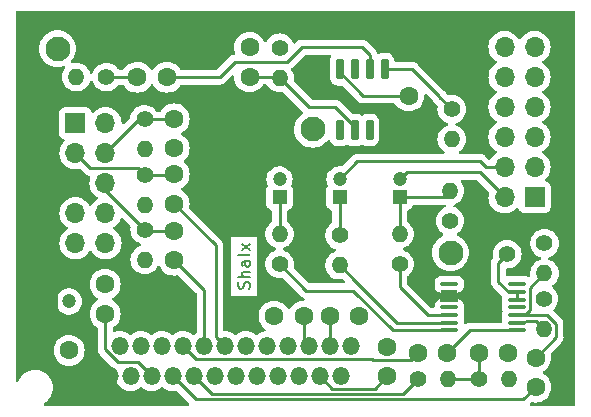
<source format=gbr>
%TF.GenerationSoftware,KiCad,Pcbnew,7.0.7*%
%TF.CreationDate,2024-03-26T11:27:05-06:00*%
%TF.ProjectId,rgb2comp,72676232-636f-46d7-902e-6b696361645f,1.0*%
%TF.SameCoordinates,Original*%
%TF.FileFunction,Copper,L1,Top*%
%TF.FilePolarity,Positive*%
%FSLAX46Y46*%
G04 Gerber Fmt 4.6, Leading zero omitted, Abs format (unit mm)*
G04 Created by KiCad (PCBNEW 7.0.7) date 2024-03-26 11:27:05*
%MOMM*%
%LPD*%
G01*
G04 APERTURE LIST*
G04 Aperture macros list*
%AMRoundRect*
0 Rectangle with rounded corners*
0 $1 Rounding radius*
0 $2 $3 $4 $5 $6 $7 $8 $9 X,Y pos of 4 corners*
0 Add a 4 corners polygon primitive as box body*
4,1,4,$2,$3,$4,$5,$6,$7,$8,$9,$2,$3,0*
0 Add four circle primitives for the rounded corners*
1,1,$1+$1,$2,$3*
1,1,$1+$1,$4,$5*
1,1,$1+$1,$6,$7*
1,1,$1+$1,$8,$9*
0 Add four rect primitives between the rounded corners*
20,1,$1+$1,$2,$3,$4,$5,0*
20,1,$1+$1,$4,$5,$6,$7,0*
20,1,$1+$1,$6,$7,$8,$9,0*
20,1,$1+$1,$8,$9,$2,$3,0*%
%AMFreePoly0*
4,1,5,0.737500,-0.200000,-0.737500,-0.200000,-0.737500,0.200000,0.737500,0.200000,0.737500,-0.200000,0.737500,-0.200000,$1*%
G04 Aperture macros list end*
%ADD10C,0.200000*%
%TA.AperFunction,NonConductor*%
%ADD11C,0.200000*%
%TD*%
%TA.AperFunction,ComponentPad*%
%ADD12R,1.700000X1.700000*%
%TD*%
%TA.AperFunction,ComponentPad*%
%ADD13O,1.700000X1.700000*%
%TD*%
%TA.AperFunction,SMDPad,CuDef*%
%ADD14RoundRect,0.150000X-0.150000X0.725000X-0.150000X-0.725000X0.150000X-0.725000X0.150000X0.725000X0*%
%TD*%
%TA.AperFunction,ComponentPad*%
%ADD15C,1.400000*%
%TD*%
%TA.AperFunction,ComponentPad*%
%ADD16O,1.400000X1.400000*%
%TD*%
%TA.AperFunction,ComponentPad*%
%ADD17C,1.600000*%
%TD*%
%TA.AperFunction,ComponentPad*%
%ADD18R,1.200000X1.200000*%
%TD*%
%TA.AperFunction,ComponentPad*%
%ADD19C,1.200000*%
%TD*%
%TA.AperFunction,ComponentPad*%
%ADD20O,1.500000X1.500000*%
%TD*%
%TA.AperFunction,SMDPad,CuDef*%
%ADD21RoundRect,0.100000X0.637500X0.100000X-0.637500X0.100000X-0.637500X-0.100000X0.637500X-0.100000X0*%
%TD*%
%TA.AperFunction,SMDPad,CuDef*%
%ADD22R,1.475000X0.400000*%
%TD*%
%TA.AperFunction,SMDPad,CuDef*%
%ADD23FreePoly0,180.000000*%
%TD*%
%TA.AperFunction,ViaPad*%
%ADD24C,2.100000*%
%TD*%
%TA.AperFunction,Conductor*%
%ADD25C,0.250000*%
%TD*%
G04 APERTURE END LIST*
D10*
D11*
X142854600Y-98457142D02*
X142902219Y-98314285D01*
X142902219Y-98314285D02*
X142902219Y-98076190D01*
X142902219Y-98076190D02*
X142854600Y-97980952D01*
X142854600Y-97980952D02*
X142806980Y-97933333D01*
X142806980Y-97933333D02*
X142711742Y-97885714D01*
X142711742Y-97885714D02*
X142616504Y-97885714D01*
X142616504Y-97885714D02*
X142521266Y-97933333D01*
X142521266Y-97933333D02*
X142473647Y-97980952D01*
X142473647Y-97980952D02*
X142426028Y-98076190D01*
X142426028Y-98076190D02*
X142378409Y-98266666D01*
X142378409Y-98266666D02*
X142330790Y-98361904D01*
X142330790Y-98361904D02*
X142283171Y-98409523D01*
X142283171Y-98409523D02*
X142187933Y-98457142D01*
X142187933Y-98457142D02*
X142092695Y-98457142D01*
X142092695Y-98457142D02*
X141997457Y-98409523D01*
X141997457Y-98409523D02*
X141949838Y-98361904D01*
X141949838Y-98361904D02*
X141902219Y-98266666D01*
X141902219Y-98266666D02*
X141902219Y-98028571D01*
X141902219Y-98028571D02*
X141949838Y-97885714D01*
X142902219Y-97457142D02*
X141902219Y-97457142D01*
X142902219Y-97028571D02*
X142378409Y-97028571D01*
X142378409Y-97028571D02*
X142283171Y-97076190D01*
X142283171Y-97076190D02*
X142235552Y-97171428D01*
X142235552Y-97171428D02*
X142235552Y-97314285D01*
X142235552Y-97314285D02*
X142283171Y-97409523D01*
X142283171Y-97409523D02*
X142330790Y-97457142D01*
X142902219Y-96123809D02*
X142378409Y-96123809D01*
X142378409Y-96123809D02*
X142283171Y-96171428D01*
X142283171Y-96171428D02*
X142235552Y-96266666D01*
X142235552Y-96266666D02*
X142235552Y-96457142D01*
X142235552Y-96457142D02*
X142283171Y-96552380D01*
X142854600Y-96123809D02*
X142902219Y-96219047D01*
X142902219Y-96219047D02*
X142902219Y-96457142D01*
X142902219Y-96457142D02*
X142854600Y-96552380D01*
X142854600Y-96552380D02*
X142759361Y-96599999D01*
X142759361Y-96599999D02*
X142664123Y-96599999D01*
X142664123Y-96599999D02*
X142568885Y-96552380D01*
X142568885Y-96552380D02*
X142521266Y-96457142D01*
X142521266Y-96457142D02*
X142521266Y-96219047D01*
X142521266Y-96219047D02*
X142473647Y-96123809D01*
X142902219Y-95504761D02*
X142854600Y-95599999D01*
X142854600Y-95599999D02*
X142759361Y-95647618D01*
X142759361Y-95647618D02*
X141902219Y-95647618D01*
X142902219Y-95219046D02*
X142235552Y-94695237D01*
X142235552Y-95219046D02*
X142902219Y-94695237D01*
D12*
%TO.P,J2,1,Pin_1*%
%TO.N,GND*%
X167005000Y-90716500D03*
D13*
%TO.P,J2,2,Pin_2*%
%TO.N,/R-Y*%
X164465000Y-90716500D03*
%TO.P,J2,3,Pin_3*%
%TO.N,GND*%
X167005000Y-88176500D03*
%TO.P,J2,4,Pin_4*%
%TO.N,/Y*%
X164465000Y-88176500D03*
%TO.P,J2,5,Pin_5*%
%TO.N,GND*%
X167005000Y-85636500D03*
%TO.P,J2,6,Pin_6*%
%TO.N,/B-Y*%
X164465000Y-85636500D03*
%TO.P,J2,7,Pin_7*%
%TO.N,GND*%
X167005000Y-83096500D03*
%TO.P,J2,8,Pin_8*%
%TO.N,/Raudio*%
X164465000Y-83096500D03*
%TO.P,J2,9,Pin_9*%
%TO.N,GND*%
X167005000Y-80556500D03*
%TO.P,J2,10,Pin_10*%
%TO.N,/Laudio*%
X164465000Y-80556500D03*
%TO.P,J2,11,Pin_11*%
%TO.N,GND*%
X167005000Y-78016500D03*
%TO.P,J2,12,Pin_12*%
%TO.N,/Composite*%
X164465000Y-78016500D03*
%TD*%
D14*
%TO.P,U1,1,CSYNC*%
%TO.N,Net-(U1-Pad1)*%
X154305000Y-79886500D03*
%TO.P,U1,2,VIDEO*%
%TO.N,Net-(U1-Pad2)*%
X153035000Y-79886500D03*
%TO.P,U1,3,FRAME*%
%TO.N,unconnected-(U1-Pad3)*%
X151765000Y-79886500D03*
%TO.P,U1,4,GND*%
%TO.N,GND*%
X150495000Y-79886500D03*
%TO.P,U1,5,BURST*%
%TO.N,unconnected-(U1-Pad5)*%
X150495000Y-85036500D03*
%TO.P,U1,6,INT*%
%TO.N,Net-(C5-Pad1)*%
X151765000Y-85036500D03*
%TO.P,U1,7,O/E*%
%TO.N,unconnected-(U1-Pad7)*%
X153035000Y-85036500D03*
%TO.P,U1,8,VCC*%
%TO.N,+5V*%
X154305000Y-85036500D03*
%TD*%
D15*
%TO.P,R3,1*%
%TO.N,/G*%
X133985000Y-84130000D03*
D16*
%TO.P,R3,2*%
%TO.N,GND*%
X133985000Y-86670000D03*
%TD*%
D17*
%TO.P,C18,1*%
%TO.N,GND*%
X156350000Y-82150000D03*
%TO.P,C18,2*%
%TO.N,+5V*%
X156350000Y-84650000D03*
%TD*%
D15*
%TO.P,R1,1*%
%TO.N,/Sync*%
X130760000Y-80556500D03*
D16*
%TO.P,R1,2*%
%TO.N,GND*%
X128220000Y-80556500D03*
%TD*%
D15*
%TO.P,R13,1*%
%TO.N,/R-Y Amp*%
X155575000Y-96381500D03*
D16*
%TO.P,R13,2*%
%TO.N,Net-(C10-Pad1)*%
X155575000Y-93841500D03*
%TD*%
D15*
%TO.P,R4,1*%
%TO.N,/B*%
X134000000Y-93480000D03*
D16*
%TO.P,R4,2*%
%TO.N,GND*%
X134000000Y-96020000D03*
%TD*%
D18*
%TO.P,C8,1*%
%TO.N,+5V*%
X126077401Y-99550000D03*
D19*
%TO.P,C8,2*%
%TO.N,GND*%
X127577401Y-99550000D03*
%TD*%
D15*
%TO.P,R6,1*%
%TO.N,Net-(U1-Pad1)*%
X160000000Y-83280000D03*
D16*
%TO.P,R6,2*%
%TO.N,/Y+S*%
X160000000Y-85820000D03*
%TD*%
D15*
%TO.P,R10,1*%
%TO.N,/Y Raw*%
X162330000Y-106150000D03*
D16*
%TO.P,R10,2*%
%TO.N,GND*%
X164870000Y-106150000D03*
%TD*%
D15*
%TO.P,R7,1*%
%TO.N,/Y Raw*%
X167800000Y-99330000D03*
D16*
%TO.P,R7,2*%
%TO.N,Net-(C13-Pad2)*%
X167800000Y-101870000D03*
%TD*%
D17*
%TO.P,C3,1*%
%TO.N,Net-(V1-Pad14)*%
X136500000Y-86600000D03*
%TO.P,C3,2*%
%TO.N,/G*%
X136500000Y-84100000D03*
%TD*%
D15*
%TO.P,C19,1*%
%TO.N,GND*%
X164700000Y-95550000D03*
D16*
%TO.P,C19,2*%
%TO.N,+5V*%
X162160000Y-95550000D03*
%TD*%
D15*
%TO.P,R2,1*%
%TO.N,/R*%
X133985000Y-88811500D03*
D16*
%TO.P,R2,2*%
%TO.N,GND*%
X133985000Y-91351500D03*
%TD*%
D20*
%TO.P,V1,1*%
%TO.N,N/C*%
X151473500Y-103330000D03*
%TO.P,V1,2*%
X150584500Y-105870000D03*
%TO.P,V1,3,Y_in*%
%TO.N,Net-(V1-Pad3)*%
X149695500Y-103330000D03*
%TO.P,V1,4,B-Y_in*%
%TO.N,Net-(V1-Pad4)*%
X148806500Y-105870000D03*
%TO.P,V1,5,R-Y_in*%
%TO.N,Net-(V1-Pad5)*%
X147917500Y-103330000D03*
%TO.P,V1,6*%
%TO.N,N/C*%
X147028500Y-105870000D03*
%TO.P,V1,7*%
X146139500Y-103330000D03*
%TO.P,V1,8*%
X145250500Y-105870000D03*
%TO.P,V1,9*%
X144361500Y-103330000D03*
%TO.P,V1,10*%
X143472500Y-105870000D03*
%TO.P,V1,11*%
X142583500Y-103330000D03*
%TO.P,V1,12*%
X141694500Y-105870000D03*
%TO.P,V1,13,R*%
%TO.N,Net-(C2-Pad1)*%
X140805500Y-103330000D03*
%TO.P,V1,14,G*%
%TO.N,Net-(V1-Pad14)*%
X139916500Y-105870000D03*
%TO.P,V1,15,B*%
%TO.N,Net-(V1-Pad15)*%
X139027500Y-103330000D03*
%TO.P,V1,16,Y*%
%TO.N,Net-(V1-Pad16)*%
X138138500Y-105870000D03*
%TO.P,V1,17,B-Y*%
%TO.N,/B-Y Raw*%
X137249500Y-103330000D03*
%TO.P,V1,18,R-Y*%
%TO.N,/R-Y Raw*%
X136360500Y-105870000D03*
%TO.P,V1,19,GND*%
%TO.N,GND*%
X135471500Y-103330000D03*
%TO.P,V1,20,VIDEO_IN*%
%TO.N,Net-(V1-Pad20)*%
X134582500Y-105870000D03*
%TO.P,V1,21*%
%TO.N,N/C*%
X133693500Y-103330000D03*
%TO.P,V1,22*%
X132804500Y-105870000D03*
%TO.P,V1,23*%
X131915500Y-103330000D03*
%TO.P,V1,24,Vcc*%
%TO.N,+5V*%
X131026500Y-105870000D03*
%TD*%
D15*
%TO.P,R9,1*%
%TO.N,Net-(V1-Pad16)*%
X157130000Y-106150000D03*
D16*
%TO.P,R9,2*%
%TO.N,/Y Raw*%
X159670000Y-106150000D03*
%TD*%
D17*
%TO.P,C4,1*%
%TO.N,Net-(V1-Pad15)*%
X136500000Y-96050000D03*
%TO.P,C4,2*%
%TO.N,/B*%
X136500000Y-93550000D03*
%TD*%
D15*
%TO.P,R11,1*%
%TO.N,/B-Y Amp*%
X145415000Y-96381500D03*
D16*
%TO.P,R11,2*%
%TO.N,Net-(C6-Pad1)*%
X145415000Y-93841500D03*
%TD*%
D17*
%TO.P,C1,1*%
%TO.N,/Sync*%
X133370000Y-80556500D03*
%TO.P,C1,2*%
%TO.N,Net-(U1-Pad2)*%
X135870000Y-80556500D03*
%TD*%
%TO.P,C17,1*%
%TO.N,Net-(V1-Pad3)*%
X149650000Y-100750000D03*
%TO.P,C17,2*%
%TO.N,GND*%
X152150000Y-100750000D03*
%TD*%
%TO.P,C7,1*%
%TO.N,+5V*%
X127600000Y-106200000D03*
%TO.P,C7,2*%
%TO.N,GND*%
X127600000Y-103700000D03*
%TD*%
D18*
%TO.P,C10,1*%
%TO.N,Net-(C10-Pad1)*%
X155575000Y-90716500D03*
D19*
%TO.P,C10,2*%
%TO.N,/R-Y*%
X155575000Y-89216500D03*
%TD*%
D21*
%TO.P,D1,1,CH1_IN*%
%TO.N,Net-(C12-Pad2)*%
X165512500Y-102000000D03*
%TO.P,D1,2,CH2_IN*%
%TO.N,Net-(C13-Pad2)*%
X165512500Y-101350000D03*
%TO.P,D1,3,CH3_IN*%
%TO.N,Net-(C14-Pad2)*%
X165512500Y-100700000D03*
%TO.P,D1,4,CH4_IN*%
%TO.N,unconnected-(D1-Pad4)*%
X165512500Y-100050000D03*
%TO.P,D1,5,GND*%
%TO.N,GND*%
X165512500Y-99400000D03*
%TO.P,D1,6,DISABLE*%
X165512500Y-98750000D03*
%TO.P,D1,7,NC*%
%TO.N,unconnected-(D1-Pad7)*%
X165512500Y-98100000D03*
%TO.P,D1,8,NC*%
%TO.N,unconnected-(D1-Pad8)*%
X159787500Y-98100000D03*
D22*
%TO.P,D1,9,HD_BYPASS*%
%TO.N,+5V*%
X159787500Y-98750000D03*
D23*
%TO.P,D1,10,Vs+*%
X159787500Y-99400000D03*
D21*
%TO.P,D1,11,CH4_OUT*%
%TO.N,unconnected-(D1-Pad11)*%
X159787500Y-100050000D03*
%TO.P,D1,12,CH3_OUT*%
%TO.N,/R-Y Amp*%
X159787500Y-100700000D03*
%TO.P,D1,13,CH2_OUT*%
%TO.N,/Y Amp*%
X159787500Y-101350000D03*
%TO.P,D1,14,CH1_OUT*%
%TO.N,/B-Y Amp*%
X159787500Y-102000000D03*
%TD*%
D17*
%TO.P,C12,1*%
%TO.N,/B-Y Raw*%
X157100000Y-103950000D03*
%TO.P,C12,2*%
%TO.N,Net-(C12-Pad2)*%
X159600000Y-103950000D03*
%TD*%
%TO.P,C15,1*%
%TO.N,Net-(V1-Pad4)*%
X154550000Y-105900000D03*
%TO.P,C15,2*%
%TO.N,GND*%
X154550000Y-103400000D03*
%TD*%
%TO.P,C5,1*%
%TO.N,Net-(C5-Pad1)*%
X142875000Y-80536500D03*
%TO.P,C5,2*%
%TO.N,GND*%
X142875000Y-78036500D03*
%TD*%
D12*
%TO.P,J1,1,Pin_1*%
%TO.N,GND*%
X128138000Y-84460000D03*
D13*
%TO.P,J1,2,Pin_2*%
%TO.N,/Sync*%
X130678000Y-84460000D03*
%TO.P,J1,3,Pin_3*%
%TO.N,/R*%
X128138000Y-87000000D03*
%TO.P,J1,4,Pin_4*%
%TO.N,/G*%
X130678000Y-87000000D03*
%TO.P,J1,5,Pin_5*%
%TO.N,+5V*%
X128138000Y-89540000D03*
%TO.P,J1,6,Pin_6*%
%TO.N,/B*%
X130678000Y-89540000D03*
%TO.P,J1,7,Pin_7*%
%TO.N,/Laudio*%
X128138000Y-92080000D03*
%TO.P,J1,8,Pin_8*%
%TO.N,/Raudio*%
X130678000Y-92080000D03*
%TO.P,J1,9,Pin_9*%
%TO.N,/Composite*%
X128138000Y-94620000D03*
%TO.P,J1,10,Pin_10*%
%TO.N,GND*%
X130678000Y-94620000D03*
%TD*%
D18*
%TO.P,C9,1*%
%TO.N,/Y+S*%
X150495000Y-90716500D03*
D19*
%TO.P,C9,2*%
%TO.N,/Y*%
X150495000Y-89216500D03*
%TD*%
D18*
%TO.P,C6,1*%
%TO.N,Net-(C6-Pad1)*%
X145415000Y-90716500D03*
D19*
%TO.P,C6,2*%
%TO.N,/B-Y*%
X145415000Y-89216500D03*
%TD*%
D15*
%TO.P,R12,1*%
%TO.N,/Y+S*%
X150495000Y-93941500D03*
D16*
%TO.P,R12,2*%
%TO.N,/Y Amp*%
X150495000Y-96481500D03*
%TD*%
D15*
%TO.P,R5,1*%
%TO.N,GND*%
X145415000Y-78066500D03*
D16*
%TO.P,R5,2*%
%TO.N,Net-(C5-Pad1)*%
X145415000Y-80606500D03*
%TD*%
D17*
%TO.P,C14,1*%
%TO.N,/R-Y Raw*%
X167100000Y-106800000D03*
%TO.P,C14,2*%
%TO.N,Net-(C14-Pad2)*%
X167100000Y-104300000D03*
%TD*%
%TO.P,C2,1*%
%TO.N,Net-(C2-Pad1)*%
X136500000Y-91300000D03*
%TO.P,C2,2*%
%TO.N,/R*%
X136500000Y-88800000D03*
%TD*%
D15*
%TO.P,R14,1*%
%TO.N,GND*%
X159850000Y-92720000D03*
D16*
%TO.P,R14,2*%
%TO.N,Net-(C10-Pad1)*%
X159850000Y-90180000D03*
%TD*%
D17*
%TO.P,C13,1*%
%TO.N,/Y Raw*%
X162300000Y-103900000D03*
%TO.P,C13,2*%
%TO.N,Net-(C13-Pad2)*%
X164800000Y-103900000D03*
%TD*%
D15*
%TO.P,R8,1*%
%TO.N,/R-Y Raw*%
X167850000Y-94630000D03*
D16*
%TO.P,R8,2*%
%TO.N,Net-(C14-Pad2)*%
X167850000Y-97170000D03*
%TD*%
D17*
%TO.P,C11,1*%
%TO.N,Net-(V1-Pad20)*%
X130650000Y-100600000D03*
%TO.P,C11,2*%
%TO.N,GND*%
X130650000Y-98100000D03*
%TD*%
%TO.P,C16,1*%
%TO.N,Net-(V1-Pad5)*%
X147450000Y-100800000D03*
%TO.P,C16,2*%
%TO.N,GND*%
X144950000Y-100800000D03*
%TD*%
D24*
%TO.N,GND*%
X126619000Y-78143500D03*
X159893000Y-95415500D03*
X148220000Y-84970000D03*
%TD*%
D25*
%TO.N,/Sync*%
X130760000Y-80556500D02*
X133370000Y-80556500D01*
%TO.N,Net-(U1-Pad2)*%
X135870000Y-80556500D02*
X140335000Y-80556500D01*
X147320000Y-78016500D02*
X152400000Y-78016500D01*
X141605000Y-79286500D02*
X146050000Y-79286500D01*
X140335000Y-80556500D02*
X141605000Y-79286500D01*
X153035000Y-78651500D02*
X153035000Y-79886500D01*
X152400000Y-78016500D02*
X153035000Y-78651500D01*
X146050000Y-79286500D02*
X147320000Y-78016500D01*
%TO.N,/R*%
X133985000Y-88811500D02*
X136488500Y-88811500D01*
X129412278Y-88274278D02*
X133447778Y-88274278D01*
X133447778Y-88274278D02*
X133985000Y-88811500D01*
X128138000Y-87000000D02*
X129412278Y-88274278D01*
X136488500Y-88811500D02*
X136500000Y-88800000D01*
%TO.N,/G*%
X130678000Y-87000000D02*
X133548000Y-84130000D01*
X136470000Y-84130000D02*
X136500000Y-84100000D01*
X133985000Y-84130000D02*
X136470000Y-84130000D01*
X133548000Y-84130000D02*
X133985000Y-84130000D01*
%TO.N,/B*%
X130678000Y-90158000D02*
X130678000Y-89540000D01*
X134000000Y-93480000D02*
X130678000Y-90158000D01*
X134070000Y-93550000D02*
X134000000Y-93480000D01*
X136500000Y-93550000D02*
X134070000Y-93550000D01*
%TO.N,Net-(C5-Pad1)*%
X151765000Y-85036500D02*
X151765000Y-84760428D01*
X150101072Y-83096500D02*
X147955000Y-83096500D01*
X145415000Y-80606500D02*
X147930000Y-83121500D01*
X147955000Y-83096500D02*
X147930000Y-83121500D01*
X145345000Y-80536500D02*
X145415000Y-80606500D01*
X142875000Y-80536500D02*
X145345000Y-80536500D01*
X151765000Y-84760428D02*
X150101072Y-83096500D01*
%TO.N,GND*%
X164823959Y-98750000D02*
X163950000Y-97876041D01*
X165512500Y-99400000D02*
X165512500Y-98750000D01*
X152481749Y-82150000D02*
X156350000Y-82150000D01*
X150495000Y-79886500D02*
X150495000Y-80163251D01*
X165512500Y-98750000D02*
X164823959Y-98750000D01*
X163950000Y-96300000D02*
X164700000Y-95550000D01*
X150495000Y-80163251D02*
X152481749Y-82150000D01*
X163950000Y-97876041D02*
X163950000Y-96300000D01*
%TO.N,/Y*%
X164465000Y-88176500D02*
X162876500Y-88176500D01*
X162400000Y-87700000D02*
X152011500Y-87700000D01*
X152011500Y-87700000D02*
X150495000Y-89216500D01*
X162876500Y-88176500D02*
X162400000Y-87700000D01*
%TO.N,/R-Y*%
X162365000Y-88616500D02*
X156175000Y-88616500D01*
X164465000Y-90716500D02*
X162365000Y-88616500D01*
X156175000Y-88616500D02*
X155575000Y-89216500D01*
%TO.N,Net-(V1-Pad15)*%
X139027500Y-103330000D02*
X139027500Y-98577500D01*
X139027500Y-98577500D02*
X136500000Y-96050000D01*
%TO.N,/B-Y Raw*%
X153365000Y-104525000D02*
X153245000Y-104405000D01*
X153245000Y-104405000D02*
X138324500Y-104405000D01*
X156525000Y-104525000D02*
X153365000Y-104525000D01*
X138324500Y-104405000D02*
X137249500Y-103330000D01*
X157100000Y-103950000D02*
X156525000Y-104525000D01*
%TO.N,/R-Y Raw*%
X138342051Y-107851551D02*
X136360500Y-105870000D01*
X167100000Y-106800000D02*
X166048449Y-107851551D01*
X166048449Y-107851551D02*
X138342051Y-107851551D01*
%TO.N,/B-Y Amp*%
X151640991Y-98650000D02*
X147683500Y-98650000D01*
X159787500Y-102000000D02*
X154990991Y-102000000D01*
X147683500Y-98650000D02*
X145415000Y-96381500D01*
X154990991Y-102000000D02*
X151640991Y-98650000D01*
%TO.N,/R-Y Amp*%
X159787500Y-100700000D02*
X157950000Y-100700000D01*
X157950000Y-100700000D02*
X155575000Y-98325000D01*
X155575000Y-98325000D02*
X155575000Y-96381500D01*
%TO.N,/Y Amp*%
X151715000Y-97701500D02*
X150495000Y-96481500D01*
X155363500Y-101350000D02*
X151715000Y-97701500D01*
X159787500Y-101350000D02*
X155363500Y-101350000D01*
%TO.N,Net-(C2-Pad1)*%
X140000000Y-94800000D02*
X136500000Y-91300000D01*
X140000000Y-102524500D02*
X140805500Y-103330000D01*
X140000000Y-102524500D02*
X140000000Y-94800000D01*
%TO.N,Net-(C6-Pad1)*%
X145415000Y-93841500D02*
X145415000Y-90716500D01*
%TO.N,/Y+S*%
X150495000Y-93941500D02*
X150495000Y-90716500D01*
%TO.N,Net-(C10-Pad1)*%
X155575000Y-93841500D02*
X155575000Y-90716500D01*
X159313500Y-90716500D02*
X159850000Y-90180000D01*
X155575000Y-90716500D02*
X159313500Y-90716500D01*
%TO.N,Net-(V1-Pad20)*%
X131745559Y-104680339D02*
X133392839Y-104680339D01*
X133392839Y-104680339D02*
X134582500Y-105870000D01*
X130650000Y-100600000D02*
X130650000Y-103584780D01*
X130650000Y-103584780D02*
X131745559Y-104680339D01*
%TO.N,Net-(V1-Pad4)*%
X149888051Y-106951551D02*
X153498449Y-106951551D01*
X148806500Y-105870000D02*
X149888051Y-106951551D01*
X153498449Y-106951551D02*
X154550000Y-105900000D01*
%TO.N,Net-(V1-Pad5)*%
X147450000Y-102862500D02*
X147917500Y-103330000D01*
X147450000Y-100800000D02*
X147450000Y-102862500D01*
%TO.N,Net-(V1-Pad3)*%
X149650000Y-103284500D02*
X149695500Y-103330000D01*
X149650000Y-100750000D02*
X149650000Y-103284500D01*
%TO.N,Net-(C12-Pad2)*%
X161550000Y-102000000D02*
X165512500Y-102000000D01*
X159600000Y-103950000D02*
X161550000Y-102000000D01*
%TO.N,Net-(C13-Pad2)*%
X167155000Y-101225000D02*
X166250000Y-101225000D01*
X167800000Y-101870000D02*
X167155000Y-101225000D01*
%TO.N,Net-(C14-Pad2)*%
X166201041Y-100700000D02*
X166631931Y-100269110D01*
X168079569Y-100700000D02*
X165512500Y-100700000D01*
X166631931Y-100269110D02*
X166631931Y-98388069D01*
X166631931Y-98388069D02*
X167850000Y-97170000D01*
X168825000Y-101445431D02*
X168079569Y-100700000D01*
X165512500Y-100700000D02*
X166201041Y-100700000D01*
X168825000Y-102575000D02*
X168825000Y-101445431D01*
X167100000Y-104300000D02*
X168825000Y-102575000D01*
%TO.N,Net-(U1-Pad1)*%
X158950000Y-82230000D02*
X160000000Y-83280000D01*
X154305000Y-79886500D02*
X156646449Y-79886500D01*
X158950000Y-82190051D02*
X156646449Y-79886500D01*
X158950000Y-82190051D02*
X158950000Y-82230000D01*
%TO.N,Net-(V1-Pad16)*%
X139670051Y-107401551D02*
X138138500Y-105870000D01*
X155878449Y-107401551D02*
X139670051Y-107401551D01*
X157130000Y-106150000D02*
X155878449Y-107401551D01*
%TO.N,/Y Raw*%
X162330000Y-103930000D02*
X162300000Y-103900000D01*
X162330000Y-106150000D02*
X162330000Y-103930000D01*
X159670000Y-106150000D02*
X162330000Y-106150000D01*
%TD*%
%TA.AperFunction,Conductor*%
%TO.N,+5V*%
G36*
X170410121Y-74988502D02*
G01*
X170456614Y-75042158D01*
X170468000Y-75094500D01*
X170468000Y-108243500D01*
X170447998Y-108311621D01*
X170394342Y-108358114D01*
X170342000Y-108369500D01*
X166730593Y-108369500D01*
X166662472Y-108349498D01*
X166615979Y-108295842D01*
X166605875Y-108225568D01*
X166635369Y-108160988D01*
X166641497Y-108154406D01*
X166659836Y-108136067D01*
X166686752Y-108109150D01*
X166749061Y-108075126D01*
X166808457Y-108076539D01*
X166871913Y-108093543D01*
X167100000Y-108113498D01*
X167328087Y-108093543D01*
X167549243Y-108034284D01*
X167756749Y-107937523D01*
X167944300Y-107806198D01*
X168106198Y-107644300D01*
X168237523Y-107456749D01*
X168334284Y-107249243D01*
X168393543Y-107028087D01*
X168413498Y-106800000D01*
X168393543Y-106571913D01*
X168334284Y-106350757D01*
X168237523Y-106143251D01*
X168106198Y-105955700D01*
X167944300Y-105793802D01*
X167944296Y-105793799D01*
X167756746Y-105662474D01*
X167751985Y-105659726D01*
X167753122Y-105657754D01*
X167707154Y-105617287D01*
X167687687Y-105549011D01*
X167708223Y-105481049D01*
X167753083Y-105442177D01*
X167751985Y-105440274D01*
X167756746Y-105437525D01*
X167801204Y-105406395D01*
X167944300Y-105306198D01*
X168106198Y-105144300D01*
X168237523Y-104956749D01*
X168334284Y-104749243D01*
X168393543Y-104528087D01*
X168413498Y-104300000D01*
X168393543Y-104071913D01*
X168376540Y-104008457D01*
X168378229Y-103937481D01*
X168409149Y-103886753D01*
X169213657Y-103082245D01*
X169226092Y-103072284D01*
X169225905Y-103072057D01*
X169232009Y-103067005D01*
X169232018Y-103067000D01*
X169279999Y-103015904D01*
X169301134Y-102994770D01*
X169305429Y-102989232D01*
X169309271Y-102984731D01*
X169341586Y-102950321D01*
X169351345Y-102932567D01*
X169362197Y-102916046D01*
X169374613Y-102900041D01*
X169393347Y-102856748D01*
X169395961Y-102851412D01*
X169406374Y-102832470D01*
X169418695Y-102810060D01*
X169423733Y-102790435D01*
X169430138Y-102771730D01*
X169438181Y-102753145D01*
X169445563Y-102706525D01*
X169446761Y-102700744D01*
X169458500Y-102655030D01*
X169458500Y-102634768D01*
X169460051Y-102615058D01*
X169463219Y-102595056D01*
X169458780Y-102548089D01*
X169458500Y-102542157D01*
X169458500Y-101529285D01*
X169460249Y-101513443D01*
X169459956Y-101513416D01*
X169460700Y-101505530D01*
X169460702Y-101505523D01*
X169458500Y-101435459D01*
X169458500Y-101405575D01*
X169457620Y-101398613D01*
X169457156Y-101392724D01*
X169455674Y-101345542D01*
X169450020Y-101326083D01*
X169446012Y-101306728D01*
X169443474Y-101286634D01*
X169426103Y-101242760D01*
X169424189Y-101237171D01*
X169411019Y-101191838D01*
X169400703Y-101174395D01*
X169392005Y-101156640D01*
X169384552Y-101137814D01*
X169356818Y-101099641D01*
X169353558Y-101094678D01*
X169351472Y-101091151D01*
X169329542Y-101054069D01*
X169315214Y-101039741D01*
X169302384Y-101024720D01*
X169290472Y-101008324D01*
X169290469Y-101008322D01*
X169290469Y-101008321D01*
X169254107Y-100978239D01*
X169249726Y-100974253D01*
X168646370Y-100370897D01*
X168612344Y-100308585D01*
X168617409Y-100237770D01*
X168646370Y-100192707D01*
X168676765Y-100162312D01*
X168729301Y-100109776D01*
X168850589Y-99936558D01*
X168939956Y-99744910D01*
X168994686Y-99540655D01*
X169013116Y-99330000D01*
X168994686Y-99119345D01*
X168939956Y-98915090D01*
X168850589Y-98723442D01*
X168850588Y-98723441D01*
X168850587Y-98723438D01*
X168729307Y-98550232D01*
X168729304Y-98550228D01*
X168729301Y-98550224D01*
X168579776Y-98400699D01*
X168536957Y-98370717D01*
X168492630Y-98315262D01*
X168485321Y-98244643D01*
X168517351Y-98181282D01*
X168536953Y-98164295D01*
X168629776Y-98099301D01*
X168779301Y-97949776D01*
X168889646Y-97792187D01*
X168900587Y-97776561D01*
X168900587Y-97776560D01*
X168900589Y-97776558D01*
X168989956Y-97584910D01*
X169044686Y-97380655D01*
X169063116Y-97170000D01*
X169044686Y-96959345D01*
X168989956Y-96755090D01*
X168900589Y-96563442D01*
X168900588Y-96563441D01*
X168900587Y-96563438D01*
X168779307Y-96390232D01*
X168779304Y-96390228D01*
X168779301Y-96390224D01*
X168629776Y-96240699D01*
X168629772Y-96240696D01*
X168629767Y-96240692D01*
X168456561Y-96119412D01*
X168264912Y-96030045D01*
X168264905Y-96030042D01*
X168240838Y-96023594D01*
X168233794Y-96021706D01*
X168173172Y-95984756D01*
X168142150Y-95920896D01*
X168150578Y-95850401D01*
X168195780Y-95795654D01*
X168233793Y-95778293D01*
X168264910Y-95769956D01*
X168456558Y-95680589D01*
X168629776Y-95559301D01*
X168779301Y-95409776D01*
X168897098Y-95241544D01*
X168900587Y-95236561D01*
X168900587Y-95236560D01*
X168900589Y-95236558D01*
X168989956Y-95044910D01*
X169044686Y-94840655D01*
X169063116Y-94630000D01*
X169044686Y-94419345D01*
X168989956Y-94215090D01*
X168900589Y-94023442D01*
X168900588Y-94023441D01*
X168900587Y-94023438D01*
X168779307Y-93850232D01*
X168779304Y-93850228D01*
X168779301Y-93850224D01*
X168629776Y-93700699D01*
X168629772Y-93700696D01*
X168629767Y-93700692D01*
X168456561Y-93579412D01*
X168264912Y-93490045D01*
X168264908Y-93490043D01*
X168155822Y-93460814D01*
X168060655Y-93435314D01*
X167850000Y-93416884D01*
X167639345Y-93435314D01*
X167584616Y-93449978D01*
X167435091Y-93490043D01*
X167435087Y-93490045D01*
X167243438Y-93579412D01*
X167070232Y-93700692D01*
X167070221Y-93700701D01*
X166920701Y-93850221D01*
X166920692Y-93850232D01*
X166799412Y-94023438D01*
X166710045Y-94215087D01*
X166710043Y-94215091D01*
X166678499Y-94332818D01*
X166655314Y-94419345D01*
X166636884Y-94630000D01*
X166655314Y-94840655D01*
X166665869Y-94880045D01*
X166710043Y-95044908D01*
X166710045Y-95044912D01*
X166799412Y-95236561D01*
X166920692Y-95409767D01*
X166920696Y-95409772D01*
X166920699Y-95409776D01*
X167070224Y-95559301D01*
X167070228Y-95559304D01*
X167070232Y-95559307D01*
X167243438Y-95680587D01*
X167243441Y-95680588D01*
X167243442Y-95680589D01*
X167435090Y-95769956D01*
X167466205Y-95778293D01*
X167526828Y-95815245D01*
X167557849Y-95879105D01*
X167549421Y-95949600D01*
X167504218Y-96004347D01*
X167466206Y-96021706D01*
X167459162Y-96023594D01*
X167435091Y-96030043D01*
X167435087Y-96030045D01*
X167243438Y-96119412D01*
X167070232Y-96240692D01*
X167070221Y-96240701D01*
X166920701Y-96390221D01*
X166920692Y-96390232D01*
X166799412Y-96563438D01*
X166710045Y-96755087D01*
X166710043Y-96755091D01*
X166674226Y-96888766D01*
X166655314Y-96959345D01*
X166636884Y-97170000D01*
X166649202Y-97310800D01*
X166652873Y-97352753D01*
X166638884Y-97422357D01*
X166589484Y-97473350D01*
X166520358Y-97489540D01*
X166465498Y-97470063D01*
X166464030Y-97472607D01*
X166456874Y-97468475D01*
X166308848Y-97407161D01*
X166231402Y-97396965D01*
X166189885Y-97391500D01*
X166189882Y-97391500D01*
X164835116Y-97391500D01*
X164835105Y-97391501D01*
X164725945Y-97405872D01*
X164655797Y-97394932D01*
X164602698Y-97347804D01*
X164583500Y-97280950D01*
X164583500Y-96888766D01*
X164603502Y-96820645D01*
X164657158Y-96774152D01*
X164698518Y-96763245D01*
X164699996Y-96763115D01*
X164700000Y-96763116D01*
X164910655Y-96744686D01*
X165114910Y-96689956D01*
X165306558Y-96600589D01*
X165479776Y-96479301D01*
X165629301Y-96329776D01*
X165740204Y-96171389D01*
X165750587Y-96156561D01*
X165750587Y-96156560D01*
X165750589Y-96156558D01*
X165839956Y-95964910D01*
X165894686Y-95760655D01*
X165913116Y-95550000D01*
X165894686Y-95339345D01*
X165839956Y-95135090D01*
X165750589Y-94943442D01*
X165750588Y-94943441D01*
X165750587Y-94943438D01*
X165629307Y-94770232D01*
X165629304Y-94770228D01*
X165629301Y-94770224D01*
X165479776Y-94620699D01*
X165479772Y-94620696D01*
X165479767Y-94620692D01*
X165306561Y-94499412D01*
X165114912Y-94410045D01*
X165114908Y-94410043D01*
X165020112Y-94384643D01*
X164910655Y-94355314D01*
X164700000Y-94336884D01*
X164489345Y-94355314D01*
X164461064Y-94362892D01*
X164285091Y-94410043D01*
X164285087Y-94410045D01*
X164093438Y-94499412D01*
X163920232Y-94620692D01*
X163920221Y-94620701D01*
X163770701Y-94770221D01*
X163770692Y-94770232D01*
X163649412Y-94943438D01*
X163560045Y-95135087D01*
X163560043Y-95135091D01*
X163505314Y-95339346D01*
X163486884Y-95550000D01*
X163505315Y-95760667D01*
X163506269Y-95766075D01*
X163504957Y-95766306D01*
X163503418Y-95830870D01*
X163475616Y-95876497D01*
X163476482Y-95877261D01*
X163473866Y-95880227D01*
X163469560Y-95885777D01*
X163465714Y-95890279D01*
X163433417Y-95924674D01*
X163433411Y-95924683D01*
X163423651Y-95942435D01*
X163412803Y-95958950D01*
X163400386Y-95974958D01*
X163381645Y-96018264D01*
X163379034Y-96023594D01*
X163356305Y-96064939D01*
X163356303Y-96064944D01*
X163351267Y-96084559D01*
X163344864Y-96103262D01*
X163336819Y-96121852D01*
X163329437Y-96168456D01*
X163328233Y-96174268D01*
X163316500Y-96219968D01*
X163316500Y-96240223D01*
X163314949Y-96259933D01*
X163311780Y-96279942D01*
X163311780Y-96279943D01*
X163316220Y-96326917D01*
X163316500Y-96332850D01*
X163316500Y-97792187D01*
X163314751Y-97808029D01*
X163315044Y-97808057D01*
X163314298Y-97815948D01*
X163316500Y-97885998D01*
X163316500Y-97915892D01*
X163316501Y-97915913D01*
X163317378Y-97922861D01*
X163317844Y-97928773D01*
X163319326Y-97975929D01*
X163319327Y-97975934D01*
X163324977Y-97995380D01*
X163328986Y-98014738D01*
X163331525Y-98034834D01*
X163331526Y-98034840D01*
X163348893Y-98078703D01*
X163350816Y-98084320D01*
X163363982Y-98129634D01*
X163374294Y-98147072D01*
X163382988Y-98164820D01*
X163390444Y-98183650D01*
X163390450Y-98183661D01*
X163418177Y-98221824D01*
X163421437Y-98226787D01*
X163445460Y-98267406D01*
X163459779Y-98281725D01*
X163472617Y-98296755D01*
X163482156Y-98309884D01*
X163484528Y-98313148D01*
X163502585Y-98328086D01*
X163520886Y-98343226D01*
X163525267Y-98347212D01*
X163894417Y-98716362D01*
X164242534Y-99064479D01*
X164276560Y-99126791D01*
X164278361Y-99170020D01*
X164266500Y-99260113D01*
X164266500Y-99539883D01*
X164266501Y-99539892D01*
X164275776Y-99610343D01*
X164282162Y-99658850D01*
X164286640Y-99669662D01*
X164289591Y-99676786D01*
X164297177Y-99747376D01*
X164289591Y-99773214D01*
X164282161Y-99791151D01*
X164266500Y-99910113D01*
X164266500Y-100189883D01*
X164266501Y-100189892D01*
X164282162Y-100308848D01*
X164282162Y-100308849D01*
X164289591Y-100326786D01*
X164297177Y-100397376D01*
X164289591Y-100423214D01*
X164282161Y-100441151D01*
X164266500Y-100560113D01*
X164266500Y-100839883D01*
X164266501Y-100839892D01*
X164282162Y-100958848D01*
X164282162Y-100958849D01*
X164289591Y-100976786D01*
X164297177Y-101047376D01*
X164289591Y-101073214D01*
X164282161Y-101091151D01*
X164266500Y-101210113D01*
X164266500Y-101240500D01*
X164246498Y-101308621D01*
X164192842Y-101355114D01*
X164140500Y-101366500D01*
X161633849Y-101366500D01*
X161618010Y-101364751D01*
X161617983Y-101365045D01*
X161610091Y-101364299D01*
X161540060Y-101366500D01*
X161510144Y-101366500D01*
X161503172Y-101367379D01*
X161497265Y-101367844D01*
X161450110Y-101369326D01*
X161450105Y-101369327D01*
X161430660Y-101374977D01*
X161411302Y-101378986D01*
X161391207Y-101381524D01*
X161391205Y-101381525D01*
X161347324Y-101398897D01*
X161341709Y-101400819D01*
X161296410Y-101413980D01*
X161296404Y-101413982D01*
X161278966Y-101424295D01*
X161261220Y-101432989D01*
X161242381Y-101440448D01*
X161242378Y-101440450D01*
X161233554Y-101446861D01*
X161166685Y-101470716D01*
X161097534Y-101454631D01*
X161048057Y-101403715D01*
X161033499Y-101344921D01*
X161033499Y-101210116D01*
X161033498Y-101210107D01*
X161017838Y-101091151D01*
X161017838Y-101091150D01*
X161010410Y-101073219D01*
X161002819Y-101002634D01*
X161010408Y-100976786D01*
X161017838Y-100958850D01*
X161033500Y-100839885D01*
X161033499Y-100560116D01*
X161017838Y-100441150D01*
X161010410Y-100423219D01*
X161002819Y-100352634D01*
X161010408Y-100326786D01*
X161017838Y-100308850D01*
X161033500Y-100189885D01*
X161033499Y-99910116D01*
X161017838Y-99791150D01*
X160956524Y-99643124D01*
X160858987Y-99516013D01*
X160743548Y-99427432D01*
X160731878Y-99418477D01*
X160583848Y-99357161D01*
X160506402Y-99346965D01*
X160464885Y-99341500D01*
X160464882Y-99341500D01*
X159110116Y-99341500D01*
X159110107Y-99341501D01*
X159003046Y-99355595D01*
X158991150Y-99357162D01*
X158843121Y-99418477D01*
X158716013Y-99516013D01*
X158618477Y-99643121D01*
X158557161Y-99791151D01*
X158541500Y-99910113D01*
X158541500Y-99940500D01*
X158521498Y-100008621D01*
X158467842Y-100055114D01*
X158415500Y-100066500D01*
X158264595Y-100066500D01*
X158196474Y-100046498D01*
X158175500Y-100029595D01*
X156385789Y-98239883D01*
X158541500Y-98239883D01*
X158541501Y-98239892D01*
X158551146Y-98313150D01*
X158557162Y-98358850D01*
X158608917Y-98483799D01*
X158618477Y-98506878D01*
X158651745Y-98550232D01*
X158716013Y-98633987D01*
X158843124Y-98731524D01*
X158991150Y-98792838D01*
X159110115Y-98808500D01*
X160464884Y-98808499D01*
X160583850Y-98792838D01*
X160731876Y-98731524D01*
X160858987Y-98633987D01*
X160956524Y-98506876D01*
X161017838Y-98358850D01*
X161033500Y-98239885D01*
X161033499Y-97960116D01*
X161017838Y-97841150D01*
X160956524Y-97693124D01*
X160858987Y-97566013D01*
X160737260Y-97472607D01*
X160731878Y-97468477D01*
X160731873Y-97468475D01*
X160657863Y-97437818D01*
X160583848Y-97407161D01*
X160506402Y-97396965D01*
X160464885Y-97391500D01*
X160464882Y-97391500D01*
X159110116Y-97391500D01*
X159110107Y-97391501D01*
X159003046Y-97405595D01*
X158991150Y-97407162D01*
X158843121Y-97468477D01*
X158716013Y-97566013D01*
X158618477Y-97693121D01*
X158557161Y-97841151D01*
X158541500Y-97960113D01*
X158541500Y-98239883D01*
X156385789Y-98239883D01*
X156245405Y-98099499D01*
X156211379Y-98037187D01*
X156208500Y-98010404D01*
X156208500Y-97478815D01*
X156228502Y-97410694D01*
X156262226Y-97375604D01*
X156354776Y-97310801D01*
X156504301Y-97161276D01*
X156625589Y-96988058D01*
X156714956Y-96796410D01*
X156769686Y-96592155D01*
X156788116Y-96381500D01*
X156769686Y-96170845D01*
X156714956Y-95966590D01*
X156625589Y-95774942D01*
X156625588Y-95774941D01*
X156625587Y-95774938D01*
X156504307Y-95601732D01*
X156504304Y-95601728D01*
X156504301Y-95601724D01*
X156354776Y-95452199D01*
X156354772Y-95452196D01*
X156354767Y-95452192D01*
X156181561Y-95330912D01*
X155989912Y-95241545D01*
X155989905Y-95241542D01*
X155967211Y-95235461D01*
X155958794Y-95233206D01*
X155898172Y-95196256D01*
X155867150Y-95132396D01*
X155875578Y-95061901D01*
X155920780Y-95007154D01*
X155958793Y-94989793D01*
X155989910Y-94981456D01*
X156181558Y-94892089D01*
X156213195Y-94869937D01*
X156255014Y-94840655D01*
X156354776Y-94770801D01*
X156504301Y-94621276D01*
X156621281Y-94454210D01*
X156625587Y-94448061D01*
X156625587Y-94448060D01*
X156625589Y-94448058D01*
X156714956Y-94256410D01*
X156769686Y-94052155D01*
X156788116Y-93841500D01*
X156769686Y-93630845D01*
X156714956Y-93426590D01*
X156625589Y-93234942D01*
X156625588Y-93234941D01*
X156625587Y-93234938D01*
X156504307Y-93061732D01*
X156504303Y-93061727D01*
X156504301Y-93061724D01*
X156354776Y-92912199D01*
X156354775Y-92912198D01*
X156262229Y-92847396D01*
X156217901Y-92791938D01*
X156208500Y-92744183D01*
X156208500Y-91934207D01*
X156228502Y-91866086D01*
X156282158Y-91819593D01*
X156290445Y-91816159D01*
X156421204Y-91767389D01*
X156538261Y-91679761D01*
X156625889Y-91562704D01*
X156674652Y-91431964D01*
X156717198Y-91375132D01*
X156783719Y-91350321D01*
X156792707Y-91350000D01*
X159229647Y-91350000D01*
X159245488Y-91351749D01*
X159245516Y-91351456D01*
X159253402Y-91352200D01*
X159253409Y-91352202D01*
X159323458Y-91350000D01*
X159353356Y-91350000D01*
X159357319Y-91350000D01*
X159357319Y-91351128D01*
X159421801Y-91365716D01*
X159471585Y-91416333D01*
X159486100Y-91485830D01*
X159460738Y-91552142D01*
X159413750Y-91589994D01*
X159243438Y-91669412D01*
X159070232Y-91790692D01*
X159070221Y-91790701D01*
X158920701Y-91940221D01*
X158920692Y-91940232D01*
X158799412Y-92113438D01*
X158710045Y-92305087D01*
X158710043Y-92305091D01*
X158690711Y-92377241D01*
X158655314Y-92509345D01*
X158636884Y-92720000D01*
X158655314Y-92930655D01*
X158677164Y-93012199D01*
X158710043Y-93134908D01*
X158710045Y-93134912D01*
X158799412Y-93326561D01*
X158920692Y-93499767D01*
X158920696Y-93499772D01*
X158920699Y-93499776D01*
X159070224Y-93649301D01*
X159070228Y-93649304D01*
X159070232Y-93649307D01*
X159243438Y-93770587D01*
X159248206Y-93773340D01*
X159247388Y-93774755D01*
X159295061Y-93816722D01*
X159314529Y-93884997D01*
X159293994Y-93952959D01*
X159239976Y-93999030D01*
X159236753Y-94000418D01*
X159183267Y-94022573D01*
X158974107Y-94150745D01*
X158787567Y-94310067D01*
X158628245Y-94496607D01*
X158508364Y-94692238D01*
X158500073Y-94705768D01*
X158489601Y-94731049D01*
X158406195Y-94932407D01*
X158348928Y-95170943D01*
X158335502Y-95341543D01*
X158329681Y-95415500D01*
X158348928Y-95660057D01*
X158406195Y-95898592D01*
X158500073Y-96125232D01*
X158528025Y-96170846D01*
X158628245Y-96334392D01*
X158628246Y-96334394D01*
X158628248Y-96334396D01*
X158787567Y-96520933D01*
X158974104Y-96680252D01*
X158974106Y-96680253D01*
X158974107Y-96680254D01*
X158993525Y-96692153D01*
X159183268Y-96808427D01*
X159409908Y-96902305D01*
X159648443Y-96959572D01*
X159893000Y-96978819D01*
X160137557Y-96959572D01*
X160376092Y-96902305D01*
X160602732Y-96808427D01*
X160811896Y-96680252D01*
X160998433Y-96520933D01*
X161157752Y-96334396D01*
X161285927Y-96125232D01*
X161379805Y-95898592D01*
X161437072Y-95660057D01*
X161456319Y-95415500D01*
X161437072Y-95170943D01*
X161379805Y-94932408D01*
X161285927Y-94705768D01*
X161157752Y-94496604D01*
X160998433Y-94310067D01*
X160811896Y-94150748D01*
X160811894Y-94150746D01*
X160811892Y-94150745D01*
X160602731Y-94022572D01*
X160602729Y-94022571D01*
X160496961Y-93978760D01*
X160441680Y-93934212D01*
X160419260Y-93866848D01*
X160436819Y-93798057D01*
X160472906Y-93759141D01*
X160629776Y-93649301D01*
X160779301Y-93499776D01*
X160890137Y-93341485D01*
X160900587Y-93326561D01*
X160900587Y-93326560D01*
X160900589Y-93326558D01*
X160989956Y-93134910D01*
X161044686Y-92930655D01*
X161063116Y-92720000D01*
X161044686Y-92509345D01*
X160989956Y-92305090D01*
X160900589Y-92113442D01*
X160900588Y-92113441D01*
X160900587Y-92113438D01*
X160779307Y-91940232D01*
X160779304Y-91940228D01*
X160779301Y-91940224D01*
X160629776Y-91790699D01*
X160629772Y-91790696D01*
X160629767Y-91790692D01*
X160456561Y-91669412D01*
X160264912Y-91580045D01*
X160264905Y-91580042D01*
X160242211Y-91573961D01*
X160233794Y-91571706D01*
X160173172Y-91534756D01*
X160142150Y-91470896D01*
X160150578Y-91400401D01*
X160195780Y-91345654D01*
X160233793Y-91328293D01*
X160264910Y-91319956D01*
X160456558Y-91230589D01*
X160629776Y-91109301D01*
X160779301Y-90959776D01*
X160900589Y-90786558D01*
X160989956Y-90594910D01*
X161044686Y-90390655D01*
X161063116Y-90180000D01*
X161044686Y-89969345D01*
X160989956Y-89765090D01*
X160900589Y-89573442D01*
X160900588Y-89573441D01*
X160900587Y-89573438D01*
X160812944Y-89448270D01*
X160790256Y-89380996D01*
X160807541Y-89312136D01*
X160859311Y-89263552D01*
X160916157Y-89250000D01*
X162050406Y-89250000D01*
X162118527Y-89270002D01*
X162139501Y-89286905D01*
X163115132Y-90262536D01*
X163149158Y-90324848D01*
X163148182Y-90382561D01*
X163120436Y-90492128D01*
X163111919Y-90594910D01*
X163101844Y-90716500D01*
X163120265Y-90938810D01*
X163120437Y-90940875D01*
X163175702Y-91159112D01*
X163175703Y-91159113D01*
X163175704Y-91159116D01*
X163260091Y-91351500D01*
X163266141Y-91365293D01*
X163389275Y-91553765D01*
X163389279Y-91553770D01*
X163541762Y-91719408D01*
X163580094Y-91749243D01*
X163719424Y-91857689D01*
X163917426Y-91964842D01*
X163917427Y-91964842D01*
X163917428Y-91964843D01*
X164029227Y-92003223D01*
X164130365Y-92037944D01*
X164352431Y-92075000D01*
X164352435Y-92075000D01*
X164577565Y-92075000D01*
X164577569Y-92075000D01*
X164799635Y-92037944D01*
X165012574Y-91964842D01*
X165210576Y-91857689D01*
X165388240Y-91719406D01*
X165449245Y-91653137D01*
X165510096Y-91616567D01*
X165581061Y-91618700D01*
X165639606Y-91658862D01*
X165660000Y-91694441D01*
X165704111Y-91812704D01*
X165704112Y-91812707D01*
X165791738Y-91929761D01*
X165908792Y-92017387D01*
X165908794Y-92017388D01*
X165908796Y-92017389D01*
X165963900Y-92037942D01*
X166045795Y-92068488D01*
X166045803Y-92068490D01*
X166106350Y-92074999D01*
X166106355Y-92074999D01*
X166106362Y-92075000D01*
X166106368Y-92075000D01*
X167903632Y-92075000D01*
X167903638Y-92075000D01*
X167903645Y-92074999D01*
X167903649Y-92074999D01*
X167964196Y-92068490D01*
X167964199Y-92068489D01*
X167964201Y-92068489D01*
X168101204Y-92017389D01*
X168171399Y-91964842D01*
X168218261Y-91929761D01*
X168305887Y-91812707D01*
X168305887Y-91812706D01*
X168305889Y-91812704D01*
X168356989Y-91675701D01*
X168357666Y-91669412D01*
X168363499Y-91615149D01*
X168363500Y-91615132D01*
X168363500Y-89817867D01*
X168363499Y-89817850D01*
X168356990Y-89757303D01*
X168356988Y-89757295D01*
X168314842Y-89644300D01*
X168305889Y-89620296D01*
X168305888Y-89620294D01*
X168305887Y-89620292D01*
X168218261Y-89503238D01*
X168101207Y-89415612D01*
X168101203Y-89415610D01*
X167986192Y-89372713D01*
X167929356Y-89330167D01*
X167904546Y-89263646D01*
X167919638Y-89194272D01*
X167937525Y-89169320D01*
X168080714Y-89013777D01*
X168080724Y-89013765D01*
X168087774Y-89002974D01*
X168203860Y-88825291D01*
X168294296Y-88619116D01*
X168349564Y-88400868D01*
X168368156Y-88176500D01*
X168349564Y-87952132D01*
X168320477Y-87837270D01*
X168294297Y-87733887D01*
X168294296Y-87733886D01*
X168294296Y-87733884D01*
X168203860Y-87527709D01*
X168188500Y-87504199D01*
X168080724Y-87339234D01*
X168080720Y-87339229D01*
X167928237Y-87173591D01*
X167833672Y-87099988D01*
X167750576Y-87035311D01*
X167717319Y-87017313D01*
X167666929Y-86967302D01*
X167651576Y-86897985D01*
X167676136Y-86831372D01*
X167717320Y-86795686D01*
X167750576Y-86777689D01*
X167928240Y-86639406D01*
X168080722Y-86473768D01*
X168203860Y-86285291D01*
X168294296Y-86079116D01*
X168349564Y-85860868D01*
X168368156Y-85636500D01*
X168349564Y-85412132D01*
X168336020Y-85358649D01*
X168294297Y-85193887D01*
X168294296Y-85193886D01*
X168294296Y-85193884D01*
X168203860Y-84987709D01*
X168192290Y-84970000D01*
X168080724Y-84799234D01*
X168080720Y-84799229D01*
X167947345Y-84654347D01*
X167928240Y-84633594D01*
X167928239Y-84633593D01*
X167928237Y-84633591D01*
X167819863Y-84549240D01*
X167750576Y-84495311D01*
X167717319Y-84477313D01*
X167666929Y-84427302D01*
X167651576Y-84357985D01*
X167676136Y-84291372D01*
X167717320Y-84255686D01*
X167750576Y-84237689D01*
X167928240Y-84099406D01*
X168080722Y-83933768D01*
X168203860Y-83745291D01*
X168294296Y-83539116D01*
X168349564Y-83320868D01*
X168368156Y-83096500D01*
X168349564Y-82872132D01*
X168349562Y-82872124D01*
X168294297Y-82653887D01*
X168294296Y-82653886D01*
X168294296Y-82653884D01*
X168203860Y-82447709D01*
X168189739Y-82426095D01*
X168080724Y-82259234D01*
X168080720Y-82259229D01*
X167928237Y-82093591D01*
X167846382Y-82029881D01*
X167750576Y-81955311D01*
X167717319Y-81937313D01*
X167666929Y-81887302D01*
X167651576Y-81817985D01*
X167676136Y-81751372D01*
X167717320Y-81715686D01*
X167750576Y-81697689D01*
X167928240Y-81559406D01*
X168080722Y-81393768D01*
X168203860Y-81205291D01*
X168294296Y-80999116D01*
X168349564Y-80780868D01*
X168368156Y-80556500D01*
X168349564Y-80332132D01*
X168332399Y-80264350D01*
X168294297Y-80113887D01*
X168294296Y-80113886D01*
X168294296Y-80113884D01*
X168203860Y-79907709D01*
X168187166Y-79882157D01*
X168080724Y-79719234D01*
X168080720Y-79719229D01*
X167928237Y-79553591D01*
X167833018Y-79479479D01*
X167750576Y-79415311D01*
X167741438Y-79410366D01*
X167717320Y-79397314D01*
X167666929Y-79347302D01*
X167651576Y-79277985D01*
X167676136Y-79211372D01*
X167717320Y-79175686D01*
X167750576Y-79157689D01*
X167928240Y-79019406D01*
X168080722Y-78853768D01*
X168203860Y-78665291D01*
X168294296Y-78459116D01*
X168349564Y-78240868D01*
X168368156Y-78016500D01*
X168349564Y-77792132D01*
X168305468Y-77618002D01*
X168294297Y-77573887D01*
X168294296Y-77573886D01*
X168294296Y-77573884D01*
X168203860Y-77367709D01*
X168197140Y-77357424D01*
X168080724Y-77179234D01*
X168080720Y-77179229D01*
X167928237Y-77013591D01*
X167846382Y-76949881D01*
X167750576Y-76875311D01*
X167552574Y-76768158D01*
X167552572Y-76768157D01*
X167552571Y-76768156D01*
X167339639Y-76695057D01*
X167339630Y-76695055D01*
X167295476Y-76687687D01*
X167117569Y-76658000D01*
X166892431Y-76658000D01*
X166744211Y-76682733D01*
X166670369Y-76695055D01*
X166670360Y-76695057D01*
X166457428Y-76768156D01*
X166457426Y-76768158D01*
X166259426Y-76875310D01*
X166259424Y-76875311D01*
X166081762Y-77013591D01*
X165929279Y-77179229D01*
X165840483Y-77315143D01*
X165786479Y-77361231D01*
X165716131Y-77370806D01*
X165651774Y-77340829D01*
X165629517Y-77315143D01*
X165540720Y-77179229D01*
X165388237Y-77013591D01*
X165306382Y-76949881D01*
X165210576Y-76875311D01*
X165012574Y-76768158D01*
X165012572Y-76768157D01*
X165012571Y-76768156D01*
X164799639Y-76695057D01*
X164799630Y-76695055D01*
X164755476Y-76687687D01*
X164577569Y-76658000D01*
X164352431Y-76658000D01*
X164204210Y-76682733D01*
X164130369Y-76695055D01*
X164130360Y-76695057D01*
X163917428Y-76768156D01*
X163917426Y-76768158D01*
X163719426Y-76875310D01*
X163719424Y-76875311D01*
X163541762Y-77013591D01*
X163389279Y-77179229D01*
X163389275Y-77179234D01*
X163266141Y-77367706D01*
X163175703Y-77573886D01*
X163175702Y-77573887D01*
X163120437Y-77792124D01*
X163120436Y-77792130D01*
X163120436Y-77792132D01*
X163101844Y-78016500D01*
X163118242Y-78214393D01*
X163120437Y-78240875D01*
X163175702Y-78459112D01*
X163175703Y-78459113D01*
X163175704Y-78459116D01*
X163264781Y-78662192D01*
X163266141Y-78665293D01*
X163389275Y-78853765D01*
X163389279Y-78853770D01*
X163541762Y-79019408D01*
X163590920Y-79057669D01*
X163719424Y-79157689D01*
X163752680Y-79175686D01*
X163803071Y-79225700D01*
X163818423Y-79295016D01*
X163793862Y-79361629D01*
X163752680Y-79397313D01*
X163719426Y-79415310D01*
X163719424Y-79415311D01*
X163541762Y-79553591D01*
X163389279Y-79719229D01*
X163389275Y-79719234D01*
X163266141Y-79907706D01*
X163175703Y-80113886D01*
X163175702Y-80113887D01*
X163120437Y-80332124D01*
X163120436Y-80332130D01*
X163120436Y-80332132D01*
X163110297Y-80454494D01*
X163104785Y-80521014D01*
X163101844Y-80556500D01*
X163118578Y-80758451D01*
X163120437Y-80780875D01*
X163175702Y-80999112D01*
X163175703Y-80999113D01*
X163175704Y-80999116D01*
X163264781Y-81202192D01*
X163266141Y-81205293D01*
X163389275Y-81393765D01*
X163389279Y-81393770D01*
X163541762Y-81559408D01*
X163545992Y-81562700D01*
X163719424Y-81697689D01*
X163752680Y-81715686D01*
X163803071Y-81765700D01*
X163818423Y-81835016D01*
X163793862Y-81901629D01*
X163752680Y-81937313D01*
X163719426Y-81955310D01*
X163719424Y-81955311D01*
X163541762Y-82093591D01*
X163389279Y-82259229D01*
X163389275Y-82259234D01*
X163266141Y-82447706D01*
X163175703Y-82653886D01*
X163175702Y-82653887D01*
X163120437Y-82872124D01*
X163120436Y-82872130D01*
X163120436Y-82872132D01*
X163101844Y-83096500D01*
X163120265Y-83318810D01*
X163120437Y-83320875D01*
X163175702Y-83539112D01*
X163175703Y-83539113D01*
X163175704Y-83539116D01*
X163252893Y-83715090D01*
X163266141Y-83745293D01*
X163389275Y-83933765D01*
X163389279Y-83933770D01*
X163541762Y-84099408D01*
X163586162Y-84133966D01*
X163719424Y-84237689D01*
X163752680Y-84255686D01*
X163803071Y-84305700D01*
X163818423Y-84375016D01*
X163793862Y-84441629D01*
X163752680Y-84477313D01*
X163719426Y-84495310D01*
X163719424Y-84495311D01*
X163541762Y-84633591D01*
X163389279Y-84799229D01*
X163389275Y-84799234D01*
X163266141Y-84987706D01*
X163175703Y-85193886D01*
X163175702Y-85193887D01*
X163120437Y-85412124D01*
X163120436Y-85412130D01*
X163120436Y-85412132D01*
X163101844Y-85636500D01*
X163120265Y-85858810D01*
X163120437Y-85860875D01*
X163175702Y-86079112D01*
X163175703Y-86079113D01*
X163175704Y-86079116D01*
X163264781Y-86282192D01*
X163266141Y-86285293D01*
X163389275Y-86473765D01*
X163389279Y-86473770D01*
X163541762Y-86639408D01*
X163581067Y-86670000D01*
X163719424Y-86777689D01*
X163752680Y-86795686D01*
X163803071Y-86845700D01*
X163818423Y-86915016D01*
X163793862Y-86981629D01*
X163752680Y-87017313D01*
X163719426Y-87035310D01*
X163719424Y-87035311D01*
X163541762Y-87173591D01*
X163389279Y-87339229D01*
X163294683Y-87484020D01*
X163240679Y-87530108D01*
X163170331Y-87539683D01*
X163105974Y-87509705D01*
X163100105Y-87504199D01*
X162907243Y-87311337D01*
X162897280Y-87298902D01*
X162897053Y-87299090D01*
X162892000Y-87292982D01*
X162840920Y-87245015D01*
X162819777Y-87223871D01*
X162819772Y-87223866D01*
X162814225Y-87219563D01*
X162809717Y-87215712D01*
X162775325Y-87183417D01*
X162775319Y-87183413D01*
X162757563Y-87173651D01*
X162741047Y-87162802D01*
X162725041Y-87150386D01*
X162694289Y-87137078D01*
X162681740Y-87131648D01*
X162676408Y-87129036D01*
X162635061Y-87106305D01*
X162615436Y-87101266D01*
X162596736Y-87094864D01*
X162578145Y-87086819D01*
X162578143Y-87086818D01*
X162578142Y-87086818D01*
X162531542Y-87079437D01*
X162525729Y-87078233D01*
X162480030Y-87066500D01*
X162459776Y-87066500D01*
X162440066Y-87064949D01*
X162420057Y-87061780D01*
X162420056Y-87061780D01*
X162373083Y-87066220D01*
X162367150Y-87066500D01*
X160726390Y-87066500D01*
X160658269Y-87046498D01*
X160611776Y-86992842D01*
X160601672Y-86922568D01*
X160631166Y-86857988D01*
X160654119Y-86837287D01*
X160739229Y-86777692D01*
X160779776Y-86749301D01*
X160929301Y-86599776D01*
X161050589Y-86426558D01*
X161139956Y-86234910D01*
X161194686Y-86030655D01*
X161213116Y-85820000D01*
X161194686Y-85609345D01*
X161139956Y-85405090D01*
X161050589Y-85213442D01*
X161050588Y-85213441D01*
X161050587Y-85213438D01*
X160929307Y-85040232D01*
X160929304Y-85040228D01*
X160929301Y-85040224D01*
X160779776Y-84890699D01*
X160779772Y-84890696D01*
X160779767Y-84890692D01*
X160606561Y-84769412D01*
X160414912Y-84680045D01*
X160414905Y-84680042D01*
X160392211Y-84673961D01*
X160383794Y-84671706D01*
X160323172Y-84634756D01*
X160292150Y-84570896D01*
X160300578Y-84500401D01*
X160345780Y-84445654D01*
X160383793Y-84428293D01*
X160414910Y-84419956D01*
X160606558Y-84330589D01*
X160779776Y-84209301D01*
X160929301Y-84059776D01*
X161050589Y-83886558D01*
X161139956Y-83694910D01*
X161194686Y-83490655D01*
X161213116Y-83280000D01*
X161194686Y-83069345D01*
X161139956Y-82865090D01*
X161050589Y-82673442D01*
X161050588Y-82673441D01*
X161050587Y-82673438D01*
X160929307Y-82500232D01*
X160929304Y-82500228D01*
X160929301Y-82500224D01*
X160779776Y-82350699D01*
X160779772Y-82350696D01*
X160779767Y-82350692D01*
X160606561Y-82229412D01*
X160414912Y-82140045D01*
X160414908Y-82140043D01*
X160305438Y-82110711D01*
X160210655Y-82085314D01*
X160000000Y-82066884D01*
X159999999Y-82066884D01*
X159967236Y-82069750D01*
X159789345Y-82085314D01*
X159789342Y-82085314D01*
X159789339Y-82085315D01*
X159783922Y-82086270D01*
X159783690Y-82084958D01*
X159719121Y-82083416D01*
X159668402Y-82052497D01*
X159535353Y-81919448D01*
X159515016Y-81888482D01*
X159513374Y-81889385D01*
X159509555Y-81882440D01*
X159509553Y-81882438D01*
X159509552Y-81882434D01*
X159481812Y-81844254D01*
X159478564Y-81839309D01*
X159454542Y-81798689D01*
X159440214Y-81784361D01*
X159427384Y-81769340D01*
X159415472Y-81752944D01*
X159415469Y-81752942D01*
X159415469Y-81752941D01*
X159379107Y-81722859D01*
X159374726Y-81718873D01*
X157153693Y-79497839D01*
X157143728Y-79485401D01*
X157143501Y-79485590D01*
X157138450Y-79479484D01*
X157138449Y-79479482D01*
X157087370Y-79431516D01*
X157066226Y-79410371D01*
X157066221Y-79410366D01*
X157060674Y-79406063D01*
X157056166Y-79402212D01*
X157021774Y-79369917D01*
X157021768Y-79369913D01*
X157004012Y-79360151D01*
X156987496Y-79349302D01*
X156971490Y-79336886D01*
X156937587Y-79322215D01*
X156928189Y-79318148D01*
X156922857Y-79315536D01*
X156881510Y-79292805D01*
X156861885Y-79287766D01*
X156843185Y-79281364D01*
X156824594Y-79273319D01*
X156824592Y-79273318D01*
X156824591Y-79273318D01*
X156777991Y-79265937D01*
X156772178Y-79264733D01*
X156726479Y-79253000D01*
X156706225Y-79253000D01*
X156686515Y-79251449D01*
X156666506Y-79248280D01*
X156666505Y-79248280D01*
X156619532Y-79252720D01*
X156613599Y-79253000D01*
X155239500Y-79253000D01*
X155171379Y-79232998D01*
X155124886Y-79179342D01*
X155113500Y-79127000D01*
X155113500Y-79094994D01*
X155110562Y-79057670D01*
X155099446Y-79019408D01*
X155064145Y-78897899D01*
X155064143Y-78897897D01*
X155064143Y-78897894D01*
X154979455Y-78754696D01*
X154979450Y-78754689D01*
X154861810Y-78637049D01*
X154861803Y-78637044D01*
X154718605Y-78552356D01*
X154558829Y-78505937D01*
X154521506Y-78503000D01*
X154521502Y-78503000D01*
X154088498Y-78503000D01*
X154088494Y-78503000D01*
X154051170Y-78505937D01*
X153891395Y-78552356D01*
X153842129Y-78581492D01*
X153773313Y-78598951D01*
X153705982Y-78576434D01*
X153661513Y-78521089D01*
X153656001Y-78500240D01*
X153655446Y-78500383D01*
X153653474Y-78492705D01*
X153653474Y-78492703D01*
X153636103Y-78448829D01*
X153634189Y-78443240D01*
X153621019Y-78397907D01*
X153610703Y-78380464D01*
X153602005Y-78362709D01*
X153594552Y-78343883D01*
X153566818Y-78305710D01*
X153563558Y-78300747D01*
X153539542Y-78260138D01*
X153525214Y-78245810D01*
X153512384Y-78230789D01*
X153500472Y-78214393D01*
X153500469Y-78214391D01*
X153500469Y-78214390D01*
X153464113Y-78184313D01*
X153459721Y-78180317D01*
X152907241Y-77627836D01*
X152897280Y-77615401D01*
X152897053Y-77615590D01*
X152892000Y-77609482D01*
X152840920Y-77561515D01*
X152819777Y-77540371D01*
X152819772Y-77540366D01*
X152814225Y-77536063D01*
X152809717Y-77532212D01*
X152775325Y-77499917D01*
X152775319Y-77499913D01*
X152757563Y-77490151D01*
X152741047Y-77479302D01*
X152725041Y-77466886D01*
X152694289Y-77453578D01*
X152681740Y-77448148D01*
X152676408Y-77445536D01*
X152635061Y-77422805D01*
X152615436Y-77417766D01*
X152596736Y-77411364D01*
X152578145Y-77403319D01*
X152578143Y-77403318D01*
X152578142Y-77403318D01*
X152531542Y-77395937D01*
X152525729Y-77394733D01*
X152480030Y-77383000D01*
X152459776Y-77383000D01*
X152440066Y-77381449D01*
X152420057Y-77378280D01*
X152420056Y-77378280D01*
X152373083Y-77382720D01*
X152367150Y-77383000D01*
X147403853Y-77383000D01*
X147388011Y-77381250D01*
X147387984Y-77381544D01*
X147380092Y-77380798D01*
X147380091Y-77380798D01*
X147310042Y-77383000D01*
X147280144Y-77383000D01*
X147280140Y-77383000D01*
X147280130Y-77383001D01*
X147273179Y-77383879D01*
X147267267Y-77384344D01*
X147220112Y-77385826D01*
X147220110Y-77385827D01*
X147200655Y-77391478D01*
X147181302Y-77395486D01*
X147161210Y-77398024D01*
X147161202Y-77398026D01*
X147117336Y-77415393D01*
X147111721Y-77417316D01*
X147066407Y-77430482D01*
X147066402Y-77430484D01*
X147048963Y-77440797D01*
X147031218Y-77449490D01*
X147012380Y-77456949D01*
X146998704Y-77466886D01*
X146974212Y-77484680D01*
X146969261Y-77487933D01*
X146928640Y-77511955D01*
X146914307Y-77526287D01*
X146899281Y-77539120D01*
X146882895Y-77551026D01*
X146882894Y-77551026D01*
X146852818Y-77587380D01*
X146848823Y-77591771D01*
X146756628Y-77683965D01*
X146694316Y-77717991D01*
X146623501Y-77712926D01*
X146566665Y-77670379D01*
X146553338Y-77648120D01*
X146465587Y-77459938D01*
X146344307Y-77286732D01*
X146344304Y-77286728D01*
X146344301Y-77286724D01*
X146194776Y-77137199D01*
X146194772Y-77137196D01*
X146194767Y-77137192D01*
X146021561Y-77015912D01*
X145829912Y-76926545D01*
X145829908Y-76926543D01*
X145735112Y-76901143D01*
X145625655Y-76871814D01*
X145415000Y-76853384D01*
X145204345Y-76871814D01*
X145149616Y-76886478D01*
X145000091Y-76926543D01*
X145000087Y-76926545D01*
X144808438Y-77015912D01*
X144635232Y-77137192D01*
X144635221Y-77137201D01*
X144485701Y-77286721D01*
X144485692Y-77286732D01*
X144364412Y-77459938D01*
X144364410Y-77459942D01*
X144321357Y-77552269D01*
X144274440Y-77605553D01*
X144206163Y-77625014D01*
X144138203Y-77604472D01*
X144092968Y-77552267D01*
X144012524Y-77379752D01*
X143881200Y-77192203D01*
X143881195Y-77192197D01*
X143719302Y-77030304D01*
X143719296Y-77030299D01*
X143531749Y-76898977D01*
X143324246Y-76802217D01*
X143324240Y-76802215D01*
X143230771Y-76777170D01*
X143103087Y-76742957D01*
X142875000Y-76723002D01*
X142874999Y-76723002D01*
X142646913Y-76742957D01*
X142425759Y-76802215D01*
X142425753Y-76802217D01*
X142218250Y-76898977D01*
X142030703Y-77030299D01*
X142030697Y-77030304D01*
X141868804Y-77192197D01*
X141868799Y-77192203D01*
X141737477Y-77379750D01*
X141640717Y-77587253D01*
X141640715Y-77587259D01*
X141581457Y-77808412D01*
X141581457Y-77808413D01*
X141561502Y-78036500D01*
X141581457Y-78264587D01*
X141633581Y-78459116D01*
X141640718Y-78485750D01*
X141640857Y-78486132D01*
X141640868Y-78486311D01*
X141642140Y-78491057D01*
X141641185Y-78491312D01*
X141645355Y-78556986D01*
X141610833Y-78619024D01*
X141548251Y-78652550D01*
X141526413Y-78655157D01*
X141505112Y-78655826D01*
X141505110Y-78655827D01*
X141485655Y-78661478D01*
X141466302Y-78665486D01*
X141446210Y-78668024D01*
X141446202Y-78668026D01*
X141402336Y-78685393D01*
X141396721Y-78687316D01*
X141351407Y-78700482D01*
X141351402Y-78700484D01*
X141333963Y-78710797D01*
X141316218Y-78719490D01*
X141297380Y-78726949D01*
X141275278Y-78743007D01*
X141259212Y-78754680D01*
X141254261Y-78757933D01*
X141213640Y-78781955D01*
X141199307Y-78796287D01*
X141184281Y-78809120D01*
X141167895Y-78821026D01*
X141167894Y-78821026D01*
X141137818Y-78857380D01*
X141133822Y-78861771D01*
X140109498Y-79886096D01*
X140047188Y-79920120D01*
X140020405Y-79923000D01*
X137089394Y-79923000D01*
X137021273Y-79902998D01*
X136986181Y-79869271D01*
X136876200Y-79712203D01*
X136876195Y-79712197D01*
X136714302Y-79550304D01*
X136714296Y-79550299D01*
X136526749Y-79418977D01*
X136319246Y-79322217D01*
X136319240Y-79322215D01*
X136181475Y-79285301D01*
X136098087Y-79262957D01*
X135870000Y-79243002D01*
X135869999Y-79243002D01*
X135641913Y-79262957D01*
X135420759Y-79322215D01*
X135420753Y-79322217D01*
X135213250Y-79418977D01*
X135025703Y-79550299D01*
X135025697Y-79550304D01*
X134863804Y-79712197D01*
X134863799Y-79712203D01*
X134732474Y-79899753D01*
X134729726Y-79904515D01*
X134727761Y-79903380D01*
X134687255Y-79949365D01*
X134618974Y-79968812D01*
X134551018Y-79948256D01*
X134512168Y-79903421D01*
X134510274Y-79904515D01*
X134507525Y-79899753D01*
X134376200Y-79712203D01*
X134376195Y-79712197D01*
X134214302Y-79550304D01*
X134214296Y-79550299D01*
X134026749Y-79418977D01*
X133819246Y-79322217D01*
X133819240Y-79322215D01*
X133681475Y-79285301D01*
X133598087Y-79262957D01*
X133370000Y-79243002D01*
X133141913Y-79262957D01*
X132920759Y-79322215D01*
X132920753Y-79322217D01*
X132713250Y-79418977D01*
X132525703Y-79550299D01*
X132525697Y-79550304D01*
X132363804Y-79712197D01*
X132363799Y-79712203D01*
X132253819Y-79869271D01*
X132198362Y-79913599D01*
X132150606Y-79923000D01*
X131857315Y-79923000D01*
X131789194Y-79902998D01*
X131754104Y-79869273D01*
X131689301Y-79776724D01*
X131539776Y-79627199D01*
X131539772Y-79627196D01*
X131539767Y-79627192D01*
X131366561Y-79505912D01*
X131202606Y-79429458D01*
X131174910Y-79416544D01*
X131174908Y-79416543D01*
X131066871Y-79387595D01*
X130970655Y-79361814D01*
X130760000Y-79343384D01*
X130549345Y-79361814D01*
X130494615Y-79376478D01*
X130345091Y-79416543D01*
X130345087Y-79416545D01*
X130153438Y-79505912D01*
X129980232Y-79627192D01*
X129980221Y-79627201D01*
X129830701Y-79776721D01*
X129830692Y-79776732D01*
X129709412Y-79949938D01*
X129620045Y-80141587D01*
X129620042Y-80141595D01*
X129611705Y-80172708D01*
X129574752Y-80233330D01*
X129510891Y-80264350D01*
X129440396Y-80255920D01*
X129385651Y-80210716D01*
X129368294Y-80172708D01*
X129359956Y-80141590D01*
X129270589Y-79949942D01*
X129270588Y-79949941D01*
X129270587Y-79949938D01*
X129149307Y-79776732D01*
X129149304Y-79776728D01*
X129149301Y-79776724D01*
X128999776Y-79627199D01*
X128999772Y-79627196D01*
X128999767Y-79627192D01*
X128826561Y-79505912D01*
X128662606Y-79429459D01*
X128634910Y-79416544D01*
X128634908Y-79416543D01*
X128526871Y-79387595D01*
X128430655Y-79361814D01*
X128220000Y-79343384D01*
X128009344Y-79361814D01*
X127906819Y-79389285D01*
X127835842Y-79387595D01*
X127777047Y-79347800D01*
X127749100Y-79282535D01*
X127760874Y-79212522D01*
X127778393Y-79185754D01*
X127883752Y-79062396D01*
X128011927Y-78853232D01*
X128105805Y-78626592D01*
X128163072Y-78388057D01*
X128182319Y-78143500D01*
X128163072Y-77898943D01*
X128105805Y-77660408D01*
X128011927Y-77433768D01*
X127883752Y-77224604D01*
X127724433Y-77038067D01*
X127537896Y-76878748D01*
X127537894Y-76878746D01*
X127537892Y-76878745D01*
X127357425Y-76768156D01*
X127328732Y-76750573D01*
X127102092Y-76656695D01*
X126863557Y-76599428D01*
X126619000Y-76580181D01*
X126618999Y-76580181D01*
X126374443Y-76599428D01*
X126135907Y-76656695D01*
X125909266Y-76750574D01*
X125700107Y-76878745D01*
X125513567Y-77038067D01*
X125354245Y-77224607D01*
X125228085Y-77430484D01*
X125226073Y-77433768D01*
X125216471Y-77456949D01*
X125132195Y-77660407D01*
X125100573Y-77792124D01*
X125074928Y-77898943D01*
X125055681Y-78143500D01*
X125074928Y-78388057D01*
X125132195Y-78626592D01*
X125226073Y-78853232D01*
X125231306Y-78861771D01*
X125354245Y-79062392D01*
X125354246Y-79062394D01*
X125354248Y-79062396D01*
X125513567Y-79248933D01*
X125700104Y-79408252D01*
X125909268Y-79536427D01*
X126135908Y-79630305D01*
X126374443Y-79687572D01*
X126619000Y-79706819D01*
X126863557Y-79687572D01*
X127102092Y-79630305D01*
X127112773Y-79625880D01*
X127183359Y-79618289D01*
X127246848Y-79650066D01*
X127283078Y-79711122D01*
X127280547Y-79782074D01*
X127264207Y-79814558D01*
X127169410Y-79949942D01*
X127080045Y-80141587D01*
X127080043Y-80141591D01*
X127039978Y-80291115D01*
X127025314Y-80345845D01*
X127006884Y-80556500D01*
X127025314Y-80767155D01*
X127049408Y-80857076D01*
X127080043Y-80971408D01*
X127080045Y-80971412D01*
X127169412Y-81163061D01*
X127290692Y-81336267D01*
X127290696Y-81336272D01*
X127290699Y-81336276D01*
X127440224Y-81485801D01*
X127440227Y-81485803D01*
X127440232Y-81485807D01*
X127613438Y-81607087D01*
X127613441Y-81607088D01*
X127613442Y-81607089D01*
X127805090Y-81696456D01*
X128009345Y-81751186D01*
X128220000Y-81769616D01*
X128430655Y-81751186D01*
X128634910Y-81696456D01*
X128826558Y-81607089D01*
X128999776Y-81485801D01*
X129149301Y-81336276D01*
X129270589Y-81163058D01*
X129359956Y-80971410D01*
X129368293Y-80940293D01*
X129405240Y-80879674D01*
X129469100Y-80848650D01*
X129539595Y-80857076D01*
X129594343Y-80902277D01*
X129611705Y-80940292D01*
X129620041Y-80971402D01*
X129620045Y-80971412D01*
X129709412Y-81163061D01*
X129830692Y-81336267D01*
X129830696Y-81336272D01*
X129830699Y-81336276D01*
X129980224Y-81485801D01*
X129980227Y-81485803D01*
X129980232Y-81485807D01*
X130153438Y-81607087D01*
X130153441Y-81607088D01*
X130153442Y-81607089D01*
X130345090Y-81696456D01*
X130549345Y-81751186D01*
X130760000Y-81769616D01*
X130970655Y-81751186D01*
X131174910Y-81696456D01*
X131366558Y-81607089D01*
X131539776Y-81485801D01*
X131689301Y-81336276D01*
X131754103Y-81243728D01*
X131809558Y-81199401D01*
X131857315Y-81190000D01*
X132150606Y-81190000D01*
X132218727Y-81210002D01*
X132253819Y-81243729D01*
X132363799Y-81400796D01*
X132363802Y-81400800D01*
X132525700Y-81562698D01*
X132713251Y-81694023D01*
X132920757Y-81790784D01*
X133141913Y-81850043D01*
X133370000Y-81869998D01*
X133598087Y-81850043D01*
X133819243Y-81790784D01*
X134026749Y-81694023D01*
X134214300Y-81562698D01*
X134376198Y-81400800D01*
X134507523Y-81213249D01*
X134507523Y-81213248D01*
X134507525Y-81213246D01*
X134510274Y-81208485D01*
X134512245Y-81209622D01*
X134552713Y-81163654D01*
X134620989Y-81144187D01*
X134688951Y-81164723D01*
X134727822Y-81209583D01*
X134729726Y-81208485D01*
X134732474Y-81213246D01*
X134863799Y-81400796D01*
X134863802Y-81400800D01*
X135025700Y-81562698D01*
X135213251Y-81694023D01*
X135420757Y-81790784D01*
X135641913Y-81850043D01*
X135870000Y-81869998D01*
X136098087Y-81850043D01*
X136319243Y-81790784D01*
X136526749Y-81694023D01*
X136714300Y-81562698D01*
X136876198Y-81400800D01*
X136967233Y-81270789D01*
X136986181Y-81243729D01*
X137041638Y-81199401D01*
X137089394Y-81190000D01*
X140251147Y-81190000D01*
X140266988Y-81191749D01*
X140267016Y-81191456D01*
X140274902Y-81192200D01*
X140274909Y-81192202D01*
X140344958Y-81190000D01*
X140374856Y-81190000D01*
X140381818Y-81189119D01*
X140387719Y-81188654D01*
X140434889Y-81187173D01*
X140454347Y-81181519D01*
X140473694Y-81177513D01*
X140493797Y-81174974D01*
X140537679Y-81157599D01*
X140543274Y-81155683D01*
X140571816Y-81147391D01*
X140588591Y-81142519D01*
X140588595Y-81142517D01*
X140606026Y-81132208D01*
X140623780Y-81123509D01*
X140642617Y-81116052D01*
X140680786Y-81088318D01*
X140685744Y-81085062D01*
X140726362Y-81061042D01*
X140740685Y-81046718D01*
X140755724Y-81033874D01*
X140772107Y-81021972D01*
X140802193Y-80985603D01*
X140806161Y-80981241D01*
X141346496Y-80440906D01*
X141408806Y-80406882D01*
X141479621Y-80411947D01*
X141536457Y-80454494D01*
X141561268Y-80521014D01*
X141561189Y-80530999D01*
X141561502Y-80530999D01*
X141561502Y-80536493D01*
X141561502Y-80536496D01*
X141561502Y-80536500D01*
X141581457Y-80764587D01*
X141595042Y-80815287D01*
X141640715Y-80985740D01*
X141640717Y-80985746D01*
X141737477Y-81193249D01*
X141837619Y-81336267D01*
X141868802Y-81380800D01*
X142030700Y-81542698D01*
X142218251Y-81674023D01*
X142425757Y-81770784D01*
X142646913Y-81830043D01*
X142875000Y-81849998D01*
X143103087Y-81830043D01*
X143324243Y-81770784D01*
X143531749Y-81674023D01*
X143719300Y-81542698D01*
X143881198Y-81380800D01*
X143977176Y-81243730D01*
X143991181Y-81223729D01*
X144046638Y-81179401D01*
X144094394Y-81170000D01*
X144268670Y-81170000D01*
X144336791Y-81190002D01*
X144371883Y-81223730D01*
X144485692Y-81386267D01*
X144485696Y-81386272D01*
X144485699Y-81386276D01*
X144635224Y-81535801D01*
X144635228Y-81535804D01*
X144635232Y-81535807D01*
X144808438Y-81657087D01*
X144808441Y-81657088D01*
X144808442Y-81657089D01*
X145000090Y-81746456D01*
X145204345Y-81801186D01*
X145415000Y-81819616D01*
X145625655Y-81801186D01*
X145625667Y-81801182D01*
X145631070Y-81800231D01*
X145631302Y-81801548D01*
X145695840Y-81803070D01*
X145746597Y-81834001D01*
X147384477Y-83471882D01*
X147418503Y-83534194D01*
X147413438Y-83605010D01*
X147370891Y-83661845D01*
X147361218Y-83668409D01*
X147301106Y-83705246D01*
X147114567Y-83864567D01*
X146955245Y-84051107D01*
X146827074Y-84260266D01*
X146733195Y-84486907D01*
X146686827Y-84680044D01*
X146675928Y-84725443D01*
X146656681Y-84970000D01*
X146675928Y-85214557D01*
X146733195Y-85453092D01*
X146827073Y-85679732D01*
X146827074Y-85679733D01*
X146955245Y-85888892D01*
X146955246Y-85888894D01*
X146955248Y-85888896D01*
X147114567Y-86075433D01*
X147301104Y-86234752D01*
X147301106Y-86234753D01*
X147301107Y-86234754D01*
X147301362Y-86234910D01*
X147510268Y-86362927D01*
X147736908Y-86456805D01*
X147975443Y-86514072D01*
X148220000Y-86533319D01*
X148464557Y-86514072D01*
X148703092Y-86456805D01*
X148929732Y-86362927D01*
X149138896Y-86234752D01*
X149325433Y-86075433D01*
X149484752Y-85888896D01*
X149484753Y-85888893D01*
X149487967Y-85885131D01*
X149488786Y-85885830D01*
X149540889Y-85845643D01*
X149611624Y-85839558D01*
X149674420Y-85872682D01*
X149707615Y-85927898D01*
X149735855Y-86025101D01*
X149735856Y-86025102D01*
X149735857Y-86025106D01*
X149820544Y-86168303D01*
X149820549Y-86168310D01*
X149938189Y-86285950D01*
X149938196Y-86285955D01*
X150081394Y-86370643D01*
X150081397Y-86370643D01*
X150081399Y-86370645D01*
X150241169Y-86417062D01*
X150248634Y-86417649D01*
X150278494Y-86420000D01*
X150278498Y-86420000D01*
X150711506Y-86420000D01*
X150736388Y-86418041D01*
X150748831Y-86417062D01*
X150908601Y-86370645D01*
X150908603Y-86370643D01*
X150908605Y-86370643D01*
X151041974Y-86291768D01*
X151051807Y-86285953D01*
X151051814Y-86285945D01*
X151052767Y-86285208D01*
X151053662Y-86284856D01*
X151058631Y-86281918D01*
X151059104Y-86282719D01*
X151118850Y-86259256D01*
X151188474Y-86273152D01*
X151207233Y-86285208D01*
X151208189Y-86285949D01*
X151208193Y-86285953D01*
X151208197Y-86285955D01*
X151208198Y-86285956D01*
X151351394Y-86370643D01*
X151351397Y-86370643D01*
X151351399Y-86370645D01*
X151511169Y-86417062D01*
X151518634Y-86417649D01*
X151548494Y-86420000D01*
X151548498Y-86420000D01*
X151981506Y-86420000D01*
X152006388Y-86418041D01*
X152018831Y-86417062D01*
X152178601Y-86370645D01*
X152178603Y-86370643D01*
X152178605Y-86370643D01*
X152311974Y-86291768D01*
X152321807Y-86285953D01*
X152321814Y-86285945D01*
X152322767Y-86285208D01*
X152323662Y-86284856D01*
X152328631Y-86281918D01*
X152329104Y-86282719D01*
X152388850Y-86259256D01*
X152458474Y-86273152D01*
X152477233Y-86285208D01*
X152478189Y-86285949D01*
X152478193Y-86285953D01*
X152478197Y-86285955D01*
X152478198Y-86285956D01*
X152621394Y-86370643D01*
X152621397Y-86370643D01*
X152621399Y-86370645D01*
X152781169Y-86417062D01*
X152788634Y-86417649D01*
X152818494Y-86420000D01*
X152818498Y-86420000D01*
X153251506Y-86420000D01*
X153276388Y-86418041D01*
X153288831Y-86417062D01*
X153448601Y-86370645D01*
X153448603Y-86370643D01*
X153448605Y-86370643D01*
X153581974Y-86291768D01*
X153591807Y-86285953D01*
X153709453Y-86168307D01*
X153771473Y-86063438D01*
X153794143Y-86025105D01*
X153794143Y-86025103D01*
X153794145Y-86025101D01*
X153840562Y-85865331D01*
X153842492Y-85840814D01*
X153843500Y-85828006D01*
X153843500Y-84244994D01*
X153840562Y-84207670D01*
X153840562Y-84207669D01*
X153794145Y-84047899D01*
X153794143Y-84047897D01*
X153794143Y-84047894D01*
X153709455Y-83904696D01*
X153709450Y-83904689D01*
X153591810Y-83787049D01*
X153591803Y-83787044D01*
X153448605Y-83702356D01*
X153288829Y-83655937D01*
X153251506Y-83653000D01*
X153251502Y-83653000D01*
X152818498Y-83653000D01*
X152818494Y-83653000D01*
X152781170Y-83655937D01*
X152621394Y-83702356D01*
X152478197Y-83787043D01*
X152477225Y-83787798D01*
X152476323Y-83788152D01*
X152471369Y-83791082D01*
X152470896Y-83790282D01*
X152411139Y-83813744D01*
X152341517Y-83799842D01*
X152322775Y-83787798D01*
X152321802Y-83787043D01*
X152178605Y-83702356D01*
X152018829Y-83655937D01*
X151981506Y-83653000D01*
X151981502Y-83653000D01*
X151605667Y-83653000D01*
X151537546Y-83632998D01*
X151516571Y-83616095D01*
X150608313Y-82707836D01*
X150598351Y-82695401D01*
X150598124Y-82695590D01*
X150593073Y-82689484D01*
X150593072Y-82689482D01*
X150584169Y-82681122D01*
X150541992Y-82641515D01*
X150520849Y-82620371D01*
X150520844Y-82620366D01*
X150515297Y-82616063D01*
X150510789Y-82612212D01*
X150476397Y-82579917D01*
X150476391Y-82579913D01*
X150458635Y-82570151D01*
X150442119Y-82559302D01*
X150426113Y-82546886D01*
X150390712Y-82531567D01*
X150382812Y-82528148D01*
X150377480Y-82525536D01*
X150336133Y-82502805D01*
X150316508Y-82497766D01*
X150297808Y-82491364D01*
X150279217Y-82483319D01*
X150279215Y-82483318D01*
X150279214Y-82483318D01*
X150232614Y-82475937D01*
X150226801Y-82474733D01*
X150181102Y-82463000D01*
X150160848Y-82463000D01*
X150141138Y-82461449D01*
X150121129Y-82458280D01*
X150121128Y-82458280D01*
X150074155Y-82462720D01*
X150068222Y-82463000D01*
X148219594Y-82463000D01*
X148151473Y-82442998D01*
X148130499Y-82426095D01*
X146642501Y-80938097D01*
X146608475Y-80875785D01*
X146609744Y-80822748D01*
X146608731Y-80822570D01*
X146609682Y-80817167D01*
X146609686Y-80817155D01*
X146628116Y-80606500D01*
X146609686Y-80395845D01*
X146554956Y-80191590D01*
X146465589Y-79999942D01*
X146430221Y-79949431D01*
X146407533Y-79882157D01*
X146424818Y-79813296D01*
X146444339Y-79788065D01*
X146455686Y-79776718D01*
X146470724Y-79763874D01*
X146487107Y-79751972D01*
X146517193Y-79715603D01*
X146521161Y-79711241D01*
X147545501Y-78686902D01*
X147607811Y-78652879D01*
X147634594Y-78650000D01*
X149661560Y-78650000D01*
X149729681Y-78670002D01*
X149776174Y-78723658D01*
X149786278Y-78793932D01*
X149770014Y-78840139D01*
X149735855Y-78897897D01*
X149689437Y-79057670D01*
X149686500Y-79094994D01*
X149686500Y-80678006D01*
X149689437Y-80715329D01*
X149735856Y-80875105D01*
X149820544Y-81018303D01*
X149820549Y-81018310D01*
X149938189Y-81135950D01*
X149938196Y-81135955D01*
X150081394Y-81220643D01*
X150081397Y-81220643D01*
X150081399Y-81220645D01*
X150241169Y-81267062D01*
X150248634Y-81267649D01*
X150278494Y-81270000D01*
X150278498Y-81270000D01*
X150653655Y-81270000D01*
X150721776Y-81290002D01*
X150742750Y-81306905D01*
X151974502Y-82538657D01*
X151984469Y-82551097D01*
X151984696Y-82550910D01*
X151989748Y-82557017D01*
X152040844Y-82604999D01*
X152061974Y-82626130D01*
X152067517Y-82630430D01*
X152072030Y-82634285D01*
X152080988Y-82642697D01*
X152106428Y-82666586D01*
X152106429Y-82666586D01*
X152106431Y-82666588D01*
X152124178Y-82676344D01*
X152140708Y-82687202D01*
X152156708Y-82699613D01*
X152175711Y-82707836D01*
X152200000Y-82718347D01*
X152205334Y-82720959D01*
X152246689Y-82743695D01*
X152266311Y-82748733D01*
X152285012Y-82755135D01*
X152303604Y-82763181D01*
X152350219Y-82770563D01*
X152355991Y-82771758D01*
X152401719Y-82783500D01*
X152421980Y-82783500D01*
X152441688Y-82785050D01*
X152461692Y-82788219D01*
X152495208Y-82785051D01*
X152508659Y-82783780D01*
X152514591Y-82783500D01*
X155130606Y-82783500D01*
X155198727Y-82803502D01*
X155233819Y-82837229D01*
X155343799Y-82994296D01*
X155343802Y-82994300D01*
X155505700Y-83156198D01*
X155693251Y-83287523D01*
X155900757Y-83384284D01*
X156121913Y-83443543D01*
X156350000Y-83463498D01*
X156578087Y-83443543D01*
X156799243Y-83384284D01*
X157006749Y-83287523D01*
X157194300Y-83156198D01*
X157356198Y-82994300D01*
X157487523Y-82806749D01*
X157584284Y-82599243D01*
X157643543Y-82378087D01*
X157663498Y-82150000D01*
X157660060Y-82110708D01*
X157674047Y-82041106D01*
X157723445Y-81990113D01*
X157792571Y-81973921D01*
X157859477Y-81997672D01*
X157874675Y-82010632D01*
X158364647Y-82500604D01*
X158384989Y-82531567D01*
X158386627Y-82530667D01*
X158390447Y-82537616D01*
X158397182Y-82546886D01*
X158410618Y-82565379D01*
X158418177Y-82575782D01*
X158421432Y-82580736D01*
X158444869Y-82620366D01*
X158445459Y-82621363D01*
X158445462Y-82621367D01*
X158459779Y-82635684D01*
X158472617Y-82650714D01*
X158474922Y-82653886D01*
X158484528Y-82667107D01*
X158508819Y-82687202D01*
X158520886Y-82697185D01*
X158525267Y-82701171D01*
X158661325Y-82837229D01*
X158772497Y-82948401D01*
X158806523Y-83010713D01*
X158805263Y-83063744D01*
X158806270Y-83063922D01*
X158805315Y-83069339D01*
X158805314Y-83069342D01*
X158805314Y-83069345D01*
X158786884Y-83280000D01*
X158805314Y-83490655D01*
X158823305Y-83557798D01*
X158860043Y-83694908D01*
X158860045Y-83694912D01*
X158949412Y-83886561D01*
X159070692Y-84059767D01*
X159070696Y-84059772D01*
X159070699Y-84059776D01*
X159220224Y-84209301D01*
X159220228Y-84209304D01*
X159220232Y-84209307D01*
X159393438Y-84330587D01*
X159393441Y-84330588D01*
X159393442Y-84330589D01*
X159585090Y-84419956D01*
X159616205Y-84428293D01*
X159676828Y-84465245D01*
X159707849Y-84529105D01*
X159699421Y-84599600D01*
X159654218Y-84654347D01*
X159616206Y-84671706D01*
X159608406Y-84673796D01*
X159585091Y-84680043D01*
X159585087Y-84680045D01*
X159393438Y-84769412D01*
X159220232Y-84890692D01*
X159220221Y-84890701D01*
X159070701Y-85040221D01*
X159070692Y-85040232D01*
X158949412Y-85213438D01*
X158860045Y-85405087D01*
X158860043Y-85405091D01*
X158826563Y-85530042D01*
X158805314Y-85609345D01*
X158786884Y-85820000D01*
X158805314Y-86030655D01*
X158818299Y-86079116D01*
X158860043Y-86234908D01*
X158860045Y-86234912D01*
X158949412Y-86426561D01*
X159070692Y-86599767D01*
X159070696Y-86599772D01*
X159070699Y-86599776D01*
X159220224Y-86749301D01*
X159220227Y-86749303D01*
X159345881Y-86837287D01*
X159390209Y-86892744D01*
X159397518Y-86963363D01*
X159365487Y-87026724D01*
X159304286Y-87062709D01*
X159273610Y-87066500D01*
X152095353Y-87066500D01*
X152079511Y-87064750D01*
X152079484Y-87065044D01*
X152071591Y-87064297D01*
X152001528Y-87066500D01*
X151971644Y-87066500D01*
X151971640Y-87066500D01*
X151971629Y-87066501D01*
X151964690Y-87067377D01*
X151958777Y-87067843D01*
X151911614Y-87069325D01*
X151911607Y-87069327D01*
X151892149Y-87074979D01*
X151872804Y-87078985D01*
X151852706Y-87081525D01*
X151852697Y-87081527D01*
X151808831Y-87098894D01*
X151803216Y-87100817D01*
X151757908Y-87113981D01*
X151740464Y-87124297D01*
X151722718Y-87132990D01*
X151703882Y-87140448D01*
X151665709Y-87168181D01*
X151660748Y-87171440D01*
X151620138Y-87195458D01*
X151605811Y-87209784D01*
X151590785Y-87222617D01*
X151574395Y-87234525D01*
X151574393Y-87234527D01*
X151544313Y-87270886D01*
X151540317Y-87275277D01*
X150737252Y-88078341D01*
X150674940Y-88112366D01*
X150625009Y-88113100D01*
X150597721Y-88108000D01*
X150597718Y-88108000D01*
X150392282Y-88108000D01*
X150271119Y-88130649D01*
X150190343Y-88145749D01*
X150041921Y-88203248D01*
X149998782Y-88219960D01*
X149998781Y-88219960D01*
X149998780Y-88219961D01*
X149998776Y-88219963D01*
X149824116Y-88328108D01*
X149672297Y-88466509D01*
X149548497Y-88630449D01*
X149548493Y-88630454D01*
X149456929Y-88814339D01*
X149456923Y-88814355D01*
X149400706Y-89011937D01*
X149381751Y-89216500D01*
X149400706Y-89421062D01*
X149456923Y-89618644D01*
X149456926Y-89618652D01*
X149492443Y-89689980D01*
X149492445Y-89689983D01*
X149504904Y-89759878D01*
X149480523Y-89821654D01*
X149444112Y-89870293D01*
X149444110Y-89870297D01*
X149393011Y-90007295D01*
X149393009Y-90007303D01*
X149386500Y-90067850D01*
X149386500Y-91365149D01*
X149393009Y-91425696D01*
X149393011Y-91425704D01*
X149444110Y-91562702D01*
X149444112Y-91562707D01*
X149531738Y-91679761D01*
X149648791Y-91767386D01*
X149648792Y-91767386D01*
X149648796Y-91767389D01*
X149779535Y-91816152D01*
X149836368Y-91858698D01*
X149861179Y-91925219D01*
X149861500Y-91934207D01*
X149861500Y-92844183D01*
X149841498Y-92912304D01*
X149807771Y-92947396D01*
X149715224Y-93012198D01*
X149565696Y-93161727D01*
X149565692Y-93161732D01*
X149444412Y-93334938D01*
X149355045Y-93526587D01*
X149355043Y-93526591D01*
X149322164Y-93649298D01*
X149300314Y-93730845D01*
X149281884Y-93941500D01*
X149300314Y-94152155D01*
X149317178Y-94215091D01*
X149355043Y-94356408D01*
X149355045Y-94356412D01*
X149444412Y-94548061D01*
X149565692Y-94721267D01*
X149565696Y-94721272D01*
X149565699Y-94721276D01*
X149715224Y-94870801D01*
X149715228Y-94870804D01*
X149715232Y-94870807D01*
X149888438Y-94992087D01*
X149888441Y-94992088D01*
X149888442Y-94992089D01*
X150080090Y-95081456D01*
X150111205Y-95089793D01*
X150171828Y-95126745D01*
X150202849Y-95190605D01*
X150194421Y-95261100D01*
X150149218Y-95315847D01*
X150111206Y-95333206D01*
X150103406Y-95335296D01*
X150080091Y-95341543D01*
X150080087Y-95341545D01*
X149888438Y-95430912D01*
X149715232Y-95552192D01*
X149715221Y-95552201D01*
X149565701Y-95701721D01*
X149565692Y-95701732D01*
X149444412Y-95874938D01*
X149355045Y-96066587D01*
X149355043Y-96066591D01*
X149326963Y-96171389D01*
X149300314Y-96270845D01*
X149281884Y-96481500D01*
X149300314Y-96692155D01*
X149317178Y-96755091D01*
X149355043Y-96896408D01*
X149355045Y-96896412D01*
X149444412Y-97088061D01*
X149565692Y-97261267D01*
X149565696Y-97261272D01*
X149565699Y-97261276D01*
X149715224Y-97410801D01*
X149715228Y-97410804D01*
X149715232Y-97410807D01*
X149888438Y-97532087D01*
X149888441Y-97532088D01*
X149888442Y-97532089D01*
X150080090Y-97621456D01*
X150284345Y-97676186D01*
X150495000Y-97694616D01*
X150705655Y-97676186D01*
X150705667Y-97676182D01*
X150711070Y-97675231D01*
X150711302Y-97676548D01*
X150775840Y-97678070D01*
X150826597Y-97709001D01*
X150919001Y-97801405D01*
X150953027Y-97863717D01*
X150947962Y-97934532D01*
X150905415Y-97991368D01*
X150838895Y-98016179D01*
X150829906Y-98016500D01*
X147998095Y-98016500D01*
X147929974Y-97996498D01*
X147909000Y-97979595D01*
X146642502Y-96713097D01*
X146608476Y-96650785D01*
X146609741Y-96597751D01*
X146608731Y-96597573D01*
X146609684Y-96592165D01*
X146609684Y-96592161D01*
X146609686Y-96592155D01*
X146628116Y-96381500D01*
X146609686Y-96170845D01*
X146554956Y-95966590D01*
X146465589Y-95774942D01*
X146465588Y-95774941D01*
X146465587Y-95774938D01*
X146344307Y-95601732D01*
X146344304Y-95601728D01*
X146344301Y-95601724D01*
X146194776Y-95452199D01*
X146194772Y-95452196D01*
X146194767Y-95452192D01*
X146021561Y-95330912D01*
X145829912Y-95241545D01*
X145829905Y-95241542D01*
X145807211Y-95235461D01*
X145798794Y-95233206D01*
X145738172Y-95196256D01*
X145707150Y-95132396D01*
X145715578Y-95061901D01*
X145760780Y-95007154D01*
X145798793Y-94989793D01*
X145829910Y-94981456D01*
X146021558Y-94892089D01*
X146053195Y-94869937D01*
X146095014Y-94840655D01*
X146194776Y-94770801D01*
X146344301Y-94621276D01*
X146461281Y-94454210D01*
X146465587Y-94448061D01*
X146465587Y-94448060D01*
X146465589Y-94448058D01*
X146554956Y-94256410D01*
X146609686Y-94052155D01*
X146628116Y-93841500D01*
X146609686Y-93630845D01*
X146554956Y-93426590D01*
X146465589Y-93234942D01*
X146465588Y-93234941D01*
X146465587Y-93234938D01*
X146344307Y-93061732D01*
X146344303Y-93061727D01*
X146344301Y-93061724D01*
X146194776Y-92912199D01*
X146194775Y-92912198D01*
X146102229Y-92847396D01*
X146057901Y-92791938D01*
X146048500Y-92744183D01*
X146048500Y-91934207D01*
X146068502Y-91866086D01*
X146122158Y-91819593D01*
X146130445Y-91816159D01*
X146261204Y-91767389D01*
X146378261Y-91679761D01*
X146426642Y-91615132D01*
X146465887Y-91562707D01*
X146465887Y-91562706D01*
X146465889Y-91562704D01*
X146509960Y-91444545D01*
X146516988Y-91425704D01*
X146516990Y-91425696D01*
X146523499Y-91365149D01*
X146523500Y-91365132D01*
X146523500Y-90067867D01*
X146523499Y-90067850D01*
X146516990Y-90007303D01*
X146516988Y-90007295D01*
X146465890Y-89870299D01*
X146465889Y-89870297D01*
X146465889Y-89870296D01*
X146429474Y-89821652D01*
X146404665Y-89755135D01*
X146417554Y-89689983D01*
X146453074Y-89618652D01*
X146509294Y-89421059D01*
X146528249Y-89216500D01*
X146509294Y-89011941D01*
X146469764Y-88873009D01*
X146453076Y-88814355D01*
X146453075Y-88814354D01*
X146453074Y-88814348D01*
X146451646Y-88811480D01*
X146361506Y-88630454D01*
X146361502Y-88630449D01*
X146237702Y-88466509D01*
X146085883Y-88328108D01*
X145911223Y-88219963D01*
X145911222Y-88219962D01*
X145911218Y-88219960D01*
X145793867Y-88174498D01*
X145719656Y-88145749D01*
X145669170Y-88136311D01*
X145517718Y-88108000D01*
X145312282Y-88108000D01*
X145191119Y-88130649D01*
X145110343Y-88145749D01*
X144961921Y-88203248D01*
X144918782Y-88219960D01*
X144918781Y-88219960D01*
X144918780Y-88219961D01*
X144918776Y-88219963D01*
X144744116Y-88328108D01*
X144592297Y-88466509D01*
X144468497Y-88630449D01*
X144468493Y-88630454D01*
X144376929Y-88814339D01*
X144376923Y-88814355D01*
X144320706Y-89011937D01*
X144301751Y-89216500D01*
X144320706Y-89421062D01*
X144376923Y-89618644D01*
X144376926Y-89618652D01*
X144412443Y-89689980D01*
X144412445Y-89689983D01*
X144424904Y-89759878D01*
X144400523Y-89821654D01*
X144364112Y-89870293D01*
X144364110Y-89870297D01*
X144313011Y-90007295D01*
X144313009Y-90007303D01*
X144306500Y-90067850D01*
X144306500Y-91365149D01*
X144313009Y-91425696D01*
X144313011Y-91425704D01*
X144364110Y-91562702D01*
X144364112Y-91562707D01*
X144451738Y-91679761D01*
X144568791Y-91767386D01*
X144568792Y-91767386D01*
X144568796Y-91767389D01*
X144699535Y-91816152D01*
X144756368Y-91858698D01*
X144781179Y-91925219D01*
X144781500Y-91934207D01*
X144781500Y-92744183D01*
X144761498Y-92812304D01*
X144727771Y-92847396D01*
X144635224Y-92912198D01*
X144485696Y-93061727D01*
X144485692Y-93061732D01*
X144364412Y-93234938D01*
X144275045Y-93426587D01*
X144275043Y-93426591D01*
X144248250Y-93526587D01*
X144220314Y-93630845D01*
X144201884Y-93841500D01*
X144220314Y-94052155D01*
X144229533Y-94086561D01*
X144275043Y-94256408D01*
X144275045Y-94256412D01*
X144364412Y-94448061D01*
X144485692Y-94621267D01*
X144485696Y-94621272D01*
X144485699Y-94621276D01*
X144635224Y-94770801D01*
X144635228Y-94770804D01*
X144635232Y-94770807D01*
X144808438Y-94892087D01*
X144808441Y-94892088D01*
X144808442Y-94892089D01*
X145000090Y-94981456D01*
X145031205Y-94989793D01*
X145091828Y-95026745D01*
X145122849Y-95090605D01*
X145114421Y-95161100D01*
X145069218Y-95215847D01*
X145031206Y-95233206D01*
X145023406Y-95235296D01*
X145000091Y-95241543D01*
X145000087Y-95241545D01*
X144808438Y-95330912D01*
X144635232Y-95452192D01*
X144635221Y-95452201D01*
X144485701Y-95601721D01*
X144485692Y-95601732D01*
X144364412Y-95774938D01*
X144275045Y-95966587D01*
X144275043Y-95966591D01*
X144258041Y-96030045D01*
X144220314Y-96170845D01*
X144201884Y-96381500D01*
X144220314Y-96592155D01*
X144229533Y-96626561D01*
X144275043Y-96796408D01*
X144275045Y-96796412D01*
X144364412Y-96988061D01*
X144485692Y-97161267D01*
X144485696Y-97161272D01*
X144485699Y-97161276D01*
X144635224Y-97310801D01*
X144635228Y-97310804D01*
X144635232Y-97310807D01*
X144808438Y-97432087D01*
X144808441Y-97432088D01*
X144808442Y-97432089D01*
X145000090Y-97521456D01*
X145204345Y-97576186D01*
X145415000Y-97594616D01*
X145625655Y-97576186D01*
X145625667Y-97576182D01*
X145631070Y-97575231D01*
X145631302Y-97576548D01*
X145695840Y-97578070D01*
X145746597Y-97609001D01*
X147176253Y-99038657D01*
X147186220Y-99051097D01*
X147186447Y-99050910D01*
X147191499Y-99057017D01*
X147191500Y-99057018D01*
X147242595Y-99104999D01*
X147263725Y-99126130D01*
X147269268Y-99130430D01*
X147273781Y-99134285D01*
X147308179Y-99166586D01*
X147308180Y-99166586D01*
X147308182Y-99166588D01*
X147325929Y-99176344D01*
X147342459Y-99187202D01*
X147358459Y-99199613D01*
X147389636Y-99213104D01*
X147401751Y-99218347D01*
X147407085Y-99220959D01*
X147448440Y-99243695D01*
X147448442Y-99243695D01*
X147455406Y-99246453D01*
X147511381Y-99290126D01*
X147534857Y-99357129D01*
X147518383Y-99426188D01*
X147467188Y-99475377D01*
X147420006Y-99489125D01*
X147221918Y-99506456D01*
X147221914Y-99506456D01*
X147221913Y-99506457D01*
X147129545Y-99531207D01*
X147000759Y-99565715D01*
X147000753Y-99565717D01*
X146793250Y-99662477D01*
X146605703Y-99793799D01*
X146605697Y-99793804D01*
X146443804Y-99955697D01*
X146443799Y-99955703D01*
X146312474Y-100143253D01*
X146309726Y-100148015D01*
X146307761Y-100146880D01*
X146267255Y-100192865D01*
X146198974Y-100212312D01*
X146131018Y-100191756D01*
X146092168Y-100146921D01*
X146090274Y-100148015D01*
X146087525Y-100143253D01*
X145956200Y-99955703D01*
X145956195Y-99955697D01*
X145794302Y-99793804D01*
X145794296Y-99793799D01*
X145606749Y-99662477D01*
X145399246Y-99565717D01*
X145399240Y-99565715D01*
X145302834Y-99539883D01*
X145178087Y-99506457D01*
X144950000Y-99486502D01*
X144949999Y-99486502D01*
X144721913Y-99506457D01*
X144500759Y-99565715D01*
X144500753Y-99565717D01*
X144293250Y-99662477D01*
X144105703Y-99793799D01*
X144105697Y-99793804D01*
X143943804Y-99955697D01*
X143943799Y-99955703D01*
X143812477Y-100143250D01*
X143715717Y-100350753D01*
X143715715Y-100350759D01*
X143692234Y-100438391D01*
X143656457Y-100571913D01*
X143636502Y-100800000D01*
X143656457Y-101028087D01*
X143685859Y-101137816D01*
X143715715Y-101249240D01*
X143715717Y-101249246D01*
X143812477Y-101456749D01*
X143918979Y-101608850D01*
X143943802Y-101644300D01*
X144105700Y-101806198D01*
X144124544Y-101819393D01*
X144183327Y-101860553D01*
X144227655Y-101916010D01*
X144234964Y-101986629D01*
X144202934Y-102049990D01*
X144143668Y-102085473D01*
X144142131Y-102085884D01*
X144142129Y-102085885D01*
X144018010Y-102119142D01*
X143929423Y-102142880D01*
X143929420Y-102142881D01*
X143729846Y-102235944D01*
X143544956Y-102365406D01*
X143543465Y-102363277D01*
X143488358Y-102387346D01*
X143418262Y-102376077D01*
X143400544Y-102364691D01*
X143400044Y-102365406D01*
X143370185Y-102344498D01*
X143215154Y-102235944D01*
X143215150Y-102235942D01*
X143015579Y-102142881D01*
X143015573Y-102142879D01*
X142925678Y-102118791D01*
X142802871Y-102085885D01*
X142583500Y-102066693D01*
X142364129Y-102085885D01*
X142151426Y-102142879D01*
X142151420Y-102142881D01*
X141951846Y-102235944D01*
X141766956Y-102365406D01*
X141765465Y-102363277D01*
X141710358Y-102387346D01*
X141640262Y-102376077D01*
X141622544Y-102364691D01*
X141622044Y-102365406D01*
X141592185Y-102344498D01*
X141437154Y-102235944D01*
X141437150Y-102235942D01*
X141237579Y-102142881D01*
X141237573Y-102142879D01*
X141147678Y-102118791D01*
X141024871Y-102085885D01*
X140805500Y-102066693D01*
X140805498Y-102066693D01*
X140805497Y-102066693D01*
X140770478Y-102069756D01*
X140700874Y-102055765D01*
X140649883Y-102006364D01*
X140633500Y-101944235D01*
X140633500Y-94883849D01*
X140635249Y-94868012D01*
X140634955Y-94867985D01*
X140635701Y-94860092D01*
X140633500Y-94790059D01*
X140633500Y-94760151D01*
X140633500Y-94760144D01*
X140632620Y-94753185D01*
X140632155Y-94747280D01*
X140630673Y-94700110D01*
X140625022Y-94680663D01*
X140621012Y-94661300D01*
X140618474Y-94641203D01*
X140601100Y-94597323D01*
X140599184Y-94591725D01*
X140586018Y-94546406D01*
X140575700Y-94528961D01*
X140567005Y-94511209D01*
X140559553Y-94492385D01*
X140559550Y-94492379D01*
X140531818Y-94454210D01*
X140528562Y-94449253D01*
X140504542Y-94408637D01*
X140504540Y-94408635D01*
X140504540Y-94408634D01*
X140490218Y-94394312D01*
X140477377Y-94379279D01*
X140465471Y-94362892D01*
X140456311Y-94355314D01*
X140429108Y-94332810D01*
X140424736Y-94328831D01*
X140177571Y-94081666D01*
X141289995Y-94081666D01*
X141289995Y-99070785D01*
X143514442Y-99070785D01*
X143514442Y-94081666D01*
X141289995Y-94081666D01*
X140177571Y-94081666D01*
X137809150Y-91713246D01*
X137775125Y-91650934D01*
X137776539Y-91591541D01*
X137793543Y-91528087D01*
X137813498Y-91300000D01*
X137793543Y-91071913D01*
X137734284Y-90850757D01*
X137637523Y-90643251D01*
X137506198Y-90455700D01*
X137344300Y-90293802D01*
X137344296Y-90293799D01*
X137156746Y-90162474D01*
X137151985Y-90159726D01*
X137153122Y-90157754D01*
X137107154Y-90117287D01*
X137087687Y-90049011D01*
X137108223Y-89981049D01*
X137153083Y-89942177D01*
X137151985Y-89940274D01*
X137156746Y-89937525D01*
X137156749Y-89937523D01*
X137344300Y-89806198D01*
X137506198Y-89644300D01*
X137637523Y-89456749D01*
X137734284Y-89249243D01*
X137793543Y-89028087D01*
X137813498Y-88800000D01*
X137793543Y-88571913D01*
X137734284Y-88350757D01*
X137637523Y-88143251D01*
X137506198Y-87955700D01*
X137344300Y-87793802D01*
X137344300Y-87793801D01*
X137340410Y-87789912D01*
X137342053Y-87788268D01*
X137308220Y-87737432D01*
X137307081Y-87666445D01*
X137341413Y-87611091D01*
X137340410Y-87610088D01*
X137422792Y-87527706D01*
X137506198Y-87444300D01*
X137637523Y-87256749D01*
X137734284Y-87049243D01*
X137793543Y-86828087D01*
X137813498Y-86600000D01*
X137793543Y-86371913D01*
X137734284Y-86150757D01*
X137637523Y-85943251D01*
X137506198Y-85755700D01*
X137344300Y-85593802D01*
X137344296Y-85593799D01*
X137156746Y-85462474D01*
X137151985Y-85459726D01*
X137153122Y-85457754D01*
X137107154Y-85417287D01*
X137087687Y-85349011D01*
X137108223Y-85281049D01*
X137153083Y-85242177D01*
X137151985Y-85240274D01*
X137156746Y-85237525D01*
X137178055Y-85222604D01*
X137344300Y-85106198D01*
X137506198Y-84944300D01*
X137637523Y-84756749D01*
X137734284Y-84549243D01*
X137793543Y-84328087D01*
X137813498Y-84100000D01*
X137793543Y-83871913D01*
X137734284Y-83650757D01*
X137637523Y-83443251D01*
X137506198Y-83255700D01*
X137344300Y-83093802D01*
X137309373Y-83069346D01*
X137156749Y-82962477D01*
X136949246Y-82865717D01*
X136949240Y-82865715D01*
X136842929Y-82837229D01*
X136728087Y-82806457D01*
X136500000Y-82786502D01*
X136271913Y-82806457D01*
X136050759Y-82865715D01*
X136050753Y-82865717D01*
X135843250Y-82962477D01*
X135655703Y-83093799D01*
X135655697Y-83093804D01*
X135493804Y-83255697D01*
X135493799Y-83255703D01*
X135362813Y-83442771D01*
X135307356Y-83487099D01*
X135259600Y-83496500D01*
X135082315Y-83496500D01*
X135014194Y-83476498D01*
X134979104Y-83442773D01*
X134914301Y-83350224D01*
X134764776Y-83200699D01*
X134764772Y-83200696D01*
X134764767Y-83200692D01*
X134591561Y-83079412D01*
X134399912Y-82990045D01*
X134399908Y-82990043D01*
X134305113Y-82964643D01*
X134195655Y-82935314D01*
X133985000Y-82916884D01*
X133774345Y-82935314D01*
X133725504Y-82948401D01*
X133570091Y-82990043D01*
X133570087Y-82990045D01*
X133378438Y-83079412D01*
X133205232Y-83200692D01*
X133205221Y-83200701D01*
X133055701Y-83350221D01*
X133055692Y-83350232D01*
X132934412Y-83523438D01*
X132845045Y-83715087D01*
X132845043Y-83715091D01*
X132790313Y-83919348D01*
X132790312Y-83919353D01*
X132787365Y-83953041D01*
X132761501Y-84019158D01*
X132750941Y-84031152D01*
X132254871Y-84527223D01*
X132192558Y-84561248D01*
X132121743Y-84556184D01*
X132064907Y-84513637D01*
X132040206Y-84448535D01*
X132022564Y-84235632D01*
X132015483Y-84207669D01*
X131967297Y-84017387D01*
X131967296Y-84017386D01*
X131967296Y-84017384D01*
X131876860Y-83811209D01*
X131851354Y-83772169D01*
X131753724Y-83622734D01*
X131753720Y-83622729D01*
X131632135Y-83490655D01*
X131601240Y-83457094D01*
X131601239Y-83457093D01*
X131601237Y-83457091D01*
X131463945Y-83350232D01*
X131423576Y-83318811D01*
X131225574Y-83211658D01*
X131225572Y-83211657D01*
X131225571Y-83211656D01*
X131012639Y-83138557D01*
X131012630Y-83138555D01*
X130968476Y-83131187D01*
X130790569Y-83101500D01*
X130565431Y-83101500D01*
X130417211Y-83126233D01*
X130343369Y-83138555D01*
X130343360Y-83138557D01*
X130130428Y-83211656D01*
X130130426Y-83211658D01*
X129932426Y-83318810D01*
X129932424Y-83318811D01*
X129754762Y-83457091D01*
X129693754Y-83523363D01*
X129632901Y-83559933D01*
X129561936Y-83557798D01*
X129503391Y-83517636D01*
X129482999Y-83482057D01*
X129458265Y-83415744D01*
X129438889Y-83363796D01*
X129438888Y-83363794D01*
X129438887Y-83363792D01*
X129351261Y-83246738D01*
X129234207Y-83159112D01*
X129234202Y-83159110D01*
X129097204Y-83108011D01*
X129097196Y-83108009D01*
X129036649Y-83101500D01*
X129036638Y-83101500D01*
X127239362Y-83101500D01*
X127239350Y-83101500D01*
X127178803Y-83108009D01*
X127178795Y-83108011D01*
X127041797Y-83159110D01*
X127041792Y-83159112D01*
X126924738Y-83246738D01*
X126837112Y-83363792D01*
X126837110Y-83363797D01*
X126786011Y-83500795D01*
X126786009Y-83500803D01*
X126779500Y-83561350D01*
X126779500Y-85358649D01*
X126786009Y-85419196D01*
X126786011Y-85419204D01*
X126837110Y-85556202D01*
X126837112Y-85556207D01*
X126924738Y-85673261D01*
X127041791Y-85760886D01*
X127041792Y-85760886D01*
X127041796Y-85760889D01*
X127156810Y-85803787D01*
X127213642Y-85846332D01*
X127238453Y-85912852D01*
X127223362Y-85982226D01*
X127205475Y-86007179D01*
X127062280Y-86162729D01*
X127062275Y-86162734D01*
X126939141Y-86351206D01*
X126848703Y-86557386D01*
X126848702Y-86557387D01*
X126793437Y-86775624D01*
X126793436Y-86775630D01*
X126793436Y-86775632D01*
X126774844Y-87000000D01*
X126793394Y-87223866D01*
X126793437Y-87224375D01*
X126848702Y-87442612D01*
X126848703Y-87442613D01*
X126848704Y-87442616D01*
X126922881Y-87611723D01*
X126939141Y-87648793D01*
X127062275Y-87837265D01*
X127062279Y-87837270D01*
X127214762Y-88002908D01*
X127251785Y-88031724D01*
X127392424Y-88141189D01*
X127590426Y-88248342D01*
X127590427Y-88248342D01*
X127590428Y-88248343D01*
X127702227Y-88286723D01*
X127803365Y-88321444D01*
X128025431Y-88358500D01*
X128025435Y-88358500D01*
X128250565Y-88358500D01*
X128250569Y-88358500D01*
X128472635Y-88321444D01*
X128472651Y-88321438D01*
X128475751Y-88320654D01*
X128477072Y-88320703D01*
X128477777Y-88320586D01*
X128477801Y-88320730D01*
X128546698Y-88323311D01*
X128595795Y-88353699D01*
X128905031Y-88662935D01*
X128914998Y-88675375D01*
X128915225Y-88675188D01*
X128920277Y-88681295D01*
X128971373Y-88729277D01*
X128992503Y-88750408D01*
X128998046Y-88754708D01*
X129002559Y-88758563D01*
X129036957Y-88790864D01*
X129036958Y-88790864D01*
X129036960Y-88790866D01*
X129054707Y-88800622D01*
X129071237Y-88811480D01*
X129087237Y-88823891D01*
X129118414Y-88837382D01*
X129130529Y-88842625D01*
X129135863Y-88845237D01*
X129177218Y-88867973D01*
X129196840Y-88873011D01*
X129215541Y-88879413D01*
X129228092Y-88884845D01*
X129234130Y-88887458D01*
X129234131Y-88887458D01*
X129234133Y-88887459D01*
X129280755Y-88894842D01*
X129286524Y-88896037D01*
X129314132Y-88903126D01*
X129375135Y-88939441D01*
X129406822Y-89002974D01*
X129399131Y-89073553D01*
X129398181Y-89075776D01*
X129388704Y-89097381D01*
X129388702Y-89097387D01*
X129333437Y-89315624D01*
X129333436Y-89315630D01*
X129333436Y-89315632D01*
X129314844Y-89540000D01*
X129332850Y-89757299D01*
X129333437Y-89764375D01*
X129388702Y-89982612D01*
X129388703Y-89982613D01*
X129388704Y-89982616D01*
X129467598Y-90162477D01*
X129479141Y-90188793D01*
X129602275Y-90377265D01*
X129602279Y-90377270D01*
X129754762Y-90542908D01*
X129791781Y-90571721D01*
X129932424Y-90681189D01*
X129965680Y-90699186D01*
X130016071Y-90749200D01*
X130031423Y-90818516D01*
X130006862Y-90885129D01*
X129965680Y-90920814D01*
X129932426Y-90938810D01*
X129932424Y-90938811D01*
X129754762Y-91077091D01*
X129602279Y-91242729D01*
X129513483Y-91378643D01*
X129459479Y-91424731D01*
X129389131Y-91434306D01*
X129324774Y-91404329D01*
X129302517Y-91378643D01*
X129213720Y-91242729D01*
X129061237Y-91077091D01*
X128979382Y-91013381D01*
X128883576Y-90938811D01*
X128685574Y-90831658D01*
X128685572Y-90831657D01*
X128685571Y-90831656D01*
X128472639Y-90758557D01*
X128472630Y-90758555D01*
X128416567Y-90749200D01*
X128250569Y-90721500D01*
X128025431Y-90721500D01*
X127884974Y-90744938D01*
X127803369Y-90758555D01*
X127803360Y-90758557D01*
X127590428Y-90831656D01*
X127590426Y-90831658D01*
X127392426Y-90938810D01*
X127392424Y-90938811D01*
X127214762Y-91077091D01*
X127062279Y-91242729D01*
X127062275Y-91242734D01*
X126939141Y-91431206D01*
X126848703Y-91637386D01*
X126848702Y-91637387D01*
X126793437Y-91855624D01*
X126793436Y-91855630D01*
X126793436Y-91855632D01*
X126774844Y-92080000D01*
X126791483Y-92280805D01*
X126793437Y-92304375D01*
X126848702Y-92522612D01*
X126848703Y-92522613D01*
X126848704Y-92522616D01*
X126929013Y-92705703D01*
X126939141Y-92728793D01*
X127062275Y-92917265D01*
X127062279Y-92917270D01*
X127214762Y-93082908D01*
X127269331Y-93125381D01*
X127392424Y-93221189D01*
X127425680Y-93239186D01*
X127476071Y-93289200D01*
X127491423Y-93358516D01*
X127466862Y-93425129D01*
X127425680Y-93460813D01*
X127392426Y-93478810D01*
X127392424Y-93478811D01*
X127214762Y-93617091D01*
X127062279Y-93782729D01*
X127062275Y-93782734D01*
X126939141Y-93971206D01*
X126848703Y-94177386D01*
X126848702Y-94177387D01*
X126793437Y-94395624D01*
X126793436Y-94395630D01*
X126793436Y-94395632D01*
X126774844Y-94620000D01*
X126793128Y-94840655D01*
X126793437Y-94844375D01*
X126848702Y-95062612D01*
X126848703Y-95062613D01*
X126848704Y-95062616D01*
X126939140Y-95268791D01*
X126939141Y-95268793D01*
X127062275Y-95457265D01*
X127062279Y-95457270D01*
X127214762Y-95622908D01*
X127262490Y-95660056D01*
X127392424Y-95761189D01*
X127590426Y-95868342D01*
X127590427Y-95868342D01*
X127590428Y-95868343D01*
X127641212Y-95885777D01*
X127803365Y-95941444D01*
X128025431Y-95978500D01*
X128025435Y-95978500D01*
X128250565Y-95978500D01*
X128250569Y-95978500D01*
X128472635Y-95941444D01*
X128685574Y-95868342D01*
X128883576Y-95761189D01*
X129061240Y-95622906D01*
X129213722Y-95457268D01*
X129302518Y-95321354D01*
X129356520Y-95275268D01*
X129426868Y-95265692D01*
X129491225Y-95295669D01*
X129513480Y-95321353D01*
X129546607Y-95372058D01*
X129602275Y-95457265D01*
X129602279Y-95457270D01*
X129754762Y-95622908D01*
X129802490Y-95660056D01*
X129932424Y-95761189D01*
X130130426Y-95868342D01*
X130130427Y-95868342D01*
X130130428Y-95868343D01*
X130181212Y-95885777D01*
X130343365Y-95941444D01*
X130565431Y-95978500D01*
X130565435Y-95978500D01*
X130790565Y-95978500D01*
X130790569Y-95978500D01*
X131012635Y-95941444D01*
X131225574Y-95868342D01*
X131423576Y-95761189D01*
X131601240Y-95622906D01*
X131753722Y-95457268D01*
X131876860Y-95268791D01*
X131967296Y-95062616D01*
X132022564Y-94844368D01*
X132041156Y-94620000D01*
X132022564Y-94395632D01*
X132006657Y-94332818D01*
X131967297Y-94177387D01*
X131967296Y-94177386D01*
X131967296Y-94177384D01*
X131876860Y-93971209D01*
X131864937Y-93952959D01*
X131753724Y-93782734D01*
X131753720Y-93782729D01*
X131601237Y-93617091D01*
X131484963Y-93526591D01*
X131423576Y-93478811D01*
X131390319Y-93460813D01*
X131339929Y-93410802D01*
X131324576Y-93341485D01*
X131349136Y-93274872D01*
X131390320Y-93239186D01*
X131423576Y-93221189D01*
X131601240Y-93082906D01*
X131753722Y-92917268D01*
X131876860Y-92728791D01*
X131947922Y-92566784D01*
X131993600Y-92512440D01*
X132061412Y-92491415D01*
X132129826Y-92510391D01*
X132152402Y-92528306D01*
X132772497Y-93148401D01*
X132806523Y-93210713D01*
X132805263Y-93263744D01*
X132806270Y-93263922D01*
X132805315Y-93269339D01*
X132805314Y-93269342D01*
X132805314Y-93269345D01*
X132786884Y-93480000D01*
X132805314Y-93690655D01*
X132828741Y-93778087D01*
X132860043Y-93894908D01*
X132860045Y-93894912D01*
X132949412Y-94086561D01*
X133070692Y-94259767D01*
X133070695Y-94259771D01*
X133070699Y-94259776D01*
X133220224Y-94409301D01*
X133220228Y-94409304D01*
X133220232Y-94409307D01*
X133393438Y-94530587D01*
X133393441Y-94530588D01*
X133393442Y-94530589D01*
X133585090Y-94619956D01*
X133616205Y-94628293D01*
X133676828Y-94665245D01*
X133707849Y-94729105D01*
X133699421Y-94799600D01*
X133654218Y-94854347D01*
X133616206Y-94871706D01*
X133608406Y-94873796D01*
X133585091Y-94880043D01*
X133585087Y-94880045D01*
X133393438Y-94969412D01*
X133220232Y-95090692D01*
X133220221Y-95090701D01*
X133070701Y-95240221D01*
X133070692Y-95240232D01*
X132949412Y-95413438D01*
X132860045Y-95605087D01*
X132860043Y-95605091D01*
X132839814Y-95680589D01*
X132805314Y-95809345D01*
X132786884Y-96020000D01*
X132805314Y-96230655D01*
X132818521Y-96279943D01*
X132860043Y-96434908D01*
X132860045Y-96434912D01*
X132949412Y-96626561D01*
X133070692Y-96799767D01*
X133070696Y-96799772D01*
X133070699Y-96799776D01*
X133220224Y-96949301D01*
X133220228Y-96949304D01*
X133220232Y-96949307D01*
X133393438Y-97070587D01*
X133393441Y-97070588D01*
X133393442Y-97070589D01*
X133585090Y-97159956D01*
X133789345Y-97214686D01*
X134000000Y-97233116D01*
X134210655Y-97214686D01*
X134414910Y-97159956D01*
X134606558Y-97070589D01*
X134779776Y-96949301D01*
X134929301Y-96799776D01*
X135050589Y-96626558D01*
X135062699Y-96600589D01*
X135073641Y-96577123D01*
X135120558Y-96523837D01*
X135188835Y-96504376D01*
X135256795Y-96524917D01*
X135302031Y-96577122D01*
X135362477Y-96706749D01*
X135473786Y-96865715D01*
X135493802Y-96894300D01*
X135655700Y-97056198D01*
X135843251Y-97187523D01*
X136050757Y-97284284D01*
X136271913Y-97343543D01*
X136500000Y-97363498D01*
X136728087Y-97343543D01*
X136791541Y-97326540D01*
X136862514Y-97328228D01*
X136913246Y-97359151D01*
X138357095Y-98802999D01*
X138391120Y-98865311D01*
X138394000Y-98892094D01*
X138394000Y-102171645D01*
X138373998Y-102239766D01*
X138340271Y-102274858D01*
X138210956Y-102365406D01*
X138209465Y-102363277D01*
X138154358Y-102387346D01*
X138084262Y-102376077D01*
X138066544Y-102364691D01*
X138066044Y-102365406D01*
X138036185Y-102344498D01*
X137881154Y-102235944D01*
X137881150Y-102235942D01*
X137681579Y-102142881D01*
X137681573Y-102142879D01*
X137591678Y-102118791D01*
X137468871Y-102085885D01*
X137249500Y-102066693D01*
X137030129Y-102085885D01*
X136817426Y-102142879D01*
X136817420Y-102142881D01*
X136617846Y-102235944D01*
X136432956Y-102365406D01*
X136431465Y-102363277D01*
X136376358Y-102387346D01*
X136306262Y-102376077D01*
X136288544Y-102364691D01*
X136288044Y-102365406D01*
X136258185Y-102344498D01*
X136103154Y-102235944D01*
X136103150Y-102235942D01*
X135903579Y-102142881D01*
X135903573Y-102142879D01*
X135813678Y-102118791D01*
X135690871Y-102085885D01*
X135471500Y-102066693D01*
X135471499Y-102066693D01*
X135252129Y-102085885D01*
X135039426Y-102142879D01*
X135039420Y-102142881D01*
X134839846Y-102235944D01*
X134654956Y-102365406D01*
X134653465Y-102363277D01*
X134598358Y-102387346D01*
X134528262Y-102376077D01*
X134510544Y-102364691D01*
X134510044Y-102365406D01*
X134480185Y-102344498D01*
X134325154Y-102235944D01*
X134325150Y-102235942D01*
X134125579Y-102142881D01*
X134125573Y-102142879D01*
X134035678Y-102118791D01*
X133912871Y-102085885D01*
X133693500Y-102066693D01*
X133474129Y-102085885D01*
X133261426Y-102142879D01*
X133261420Y-102142881D01*
X133061846Y-102235944D01*
X132876956Y-102365406D01*
X132875465Y-102363277D01*
X132820358Y-102387346D01*
X132750262Y-102376077D01*
X132732544Y-102364691D01*
X132732044Y-102365406D01*
X132702185Y-102344498D01*
X132547154Y-102235944D01*
X132547150Y-102235942D01*
X132347579Y-102142881D01*
X132347573Y-102142879D01*
X132257678Y-102118791D01*
X132134871Y-102085885D01*
X131915500Y-102066693D01*
X131915499Y-102066693D01*
X131696129Y-102085885D01*
X131483426Y-102142879D01*
X131483420Y-102142881D01*
X131462748Y-102152521D01*
X131392556Y-102163181D01*
X131327744Y-102134200D01*
X131288889Y-102074780D01*
X131283500Y-102038325D01*
X131283500Y-101819393D01*
X131303502Y-101751272D01*
X131337230Y-101716180D01*
X131439885Y-101644300D01*
X131494300Y-101606198D01*
X131656198Y-101444300D01*
X131787523Y-101256749D01*
X131884284Y-101049243D01*
X131943543Y-100828087D01*
X131963498Y-100600000D01*
X131943543Y-100371913D01*
X131884284Y-100150757D01*
X131787523Y-99943251D01*
X131656198Y-99755700D01*
X131494300Y-99593802D01*
X131454191Y-99565717D01*
X131306746Y-99462474D01*
X131301985Y-99459726D01*
X131303122Y-99457754D01*
X131257154Y-99417287D01*
X131237687Y-99349011D01*
X131258223Y-99281049D01*
X131303083Y-99242177D01*
X131301985Y-99240274D01*
X131306746Y-99237525D01*
X131360891Y-99199612D01*
X131494300Y-99106198D01*
X131656198Y-98944300D01*
X131787523Y-98756749D01*
X131884284Y-98549243D01*
X131943543Y-98328087D01*
X131963498Y-98100000D01*
X131943543Y-97871913D01*
X131884284Y-97650757D01*
X131787523Y-97443251D01*
X131656198Y-97255700D01*
X131494300Y-97093802D01*
X131461148Y-97070589D01*
X131306749Y-96962477D01*
X131099246Y-96865717D01*
X131099240Y-96865715D01*
X131005771Y-96840670D01*
X130878087Y-96806457D01*
X130650000Y-96786502D01*
X130421913Y-96806457D01*
X130200759Y-96865715D01*
X130200753Y-96865717D01*
X129993250Y-96962477D01*
X129805703Y-97093799D01*
X129805697Y-97093804D01*
X129643804Y-97255697D01*
X129643799Y-97255703D01*
X129512477Y-97443250D01*
X129415717Y-97650753D01*
X129415715Y-97650759D01*
X129379873Y-97784525D01*
X129356457Y-97871913D01*
X129336502Y-98100000D01*
X129356457Y-98328087D01*
X129375914Y-98400701D01*
X129415715Y-98549240D01*
X129415717Y-98549246D01*
X129512477Y-98756749D01*
X129623349Y-98915091D01*
X129643802Y-98944300D01*
X129805700Y-99106198D01*
X129805703Y-99106200D01*
X129993253Y-99237525D01*
X129998015Y-99240274D01*
X129996880Y-99242238D01*
X130042865Y-99282745D01*
X130062312Y-99351026D01*
X130041756Y-99418982D01*
X129996921Y-99457831D01*
X129998015Y-99459726D01*
X129993253Y-99462474D01*
X129805703Y-99593799D01*
X129805697Y-99593804D01*
X129643804Y-99755697D01*
X129643799Y-99755703D01*
X129512477Y-99943250D01*
X129415717Y-100150753D01*
X129415715Y-100150759D01*
X129375523Y-100300757D01*
X129356457Y-100371913D01*
X129336502Y-100600000D01*
X129356457Y-100828087D01*
X129359619Y-100839886D01*
X129415715Y-101049240D01*
X129415717Y-101049246D01*
X129512477Y-101256749D01*
X129622571Y-101413980D01*
X129643802Y-101444300D01*
X129805700Y-101606198D01*
X129805704Y-101606201D01*
X129805708Y-101606204D01*
X129962770Y-101716180D01*
X130007099Y-101771637D01*
X130016500Y-101819393D01*
X130016500Y-103500926D01*
X130014751Y-103516768D01*
X130015044Y-103516796D01*
X130014298Y-103524687D01*
X130016500Y-103594737D01*
X130016500Y-103624631D01*
X130016501Y-103624652D01*
X130017378Y-103631600D01*
X130017844Y-103637512D01*
X130019326Y-103684668D01*
X130019327Y-103684673D01*
X130024977Y-103704119D01*
X130028986Y-103723477D01*
X130031525Y-103743573D01*
X130031526Y-103743579D01*
X130048893Y-103787442D01*
X130050816Y-103793059D01*
X130063982Y-103838373D01*
X130074294Y-103855811D01*
X130082988Y-103873559D01*
X130090444Y-103892389D01*
X130090450Y-103892400D01*
X130118177Y-103930563D01*
X130121437Y-103935526D01*
X130145460Y-103976145D01*
X130159779Y-103990464D01*
X130172617Y-104005494D01*
X130174771Y-104008458D01*
X130184528Y-104021887D01*
X130212794Y-104045271D01*
X130220886Y-104051965D01*
X130225267Y-104055951D01*
X130743431Y-104574115D01*
X131238312Y-105068996D01*
X131248279Y-105081436D01*
X131248506Y-105081249D01*
X131253558Y-105087356D01*
X131304654Y-105135338D01*
X131325784Y-105156469D01*
X131331327Y-105160769D01*
X131335840Y-105164624D01*
X131370238Y-105196925D01*
X131370239Y-105196925D01*
X131370241Y-105196927D01*
X131387988Y-105206683D01*
X131404518Y-105217541D01*
X131420518Y-105229952D01*
X131451251Y-105243251D01*
X131463810Y-105248686D01*
X131469144Y-105251298D01*
X131510499Y-105274034D01*
X131528258Y-105278593D01*
X131589264Y-105314905D01*
X131620955Y-105378436D01*
X131618633Y-105433246D01*
X131560385Y-105650629D01*
X131541193Y-105869999D01*
X131560385Y-106089370D01*
X131617379Y-106302073D01*
X131617381Y-106302079D01*
X131682697Y-106442150D01*
X131710444Y-106501654D01*
X131836751Y-106682037D01*
X131836751Y-106682038D01*
X131836754Y-106682042D01*
X131992457Y-106837745D01*
X131992461Y-106837748D01*
X131992462Y-106837749D01*
X132172846Y-106964056D01*
X132372424Y-107057120D01*
X132585129Y-107114115D01*
X132804500Y-107133307D01*
X133023871Y-107114115D01*
X133236576Y-107057120D01*
X133436154Y-106964056D01*
X133616538Y-106837749D01*
X133616537Y-106837749D01*
X133621044Y-106834594D01*
X133622579Y-106836786D01*
X133677246Y-106812704D01*
X133747378Y-106823751D01*
X133765426Y-106835350D01*
X133765956Y-106834594D01*
X133788681Y-106850506D01*
X133950846Y-106964056D01*
X134150424Y-107057120D01*
X134363129Y-107114115D01*
X134582500Y-107133307D01*
X134801871Y-107114115D01*
X135014576Y-107057120D01*
X135214154Y-106964056D01*
X135394538Y-106837749D01*
X135394542Y-106837745D01*
X135399044Y-106834593D01*
X135400579Y-106836785D01*
X135455246Y-106812703D01*
X135525378Y-106823750D01*
X135543426Y-106835349D01*
X135543956Y-106834593D01*
X135548458Y-106837745D01*
X135548462Y-106837749D01*
X135728846Y-106964056D01*
X135928424Y-107057120D01*
X136141129Y-107114115D01*
X136360500Y-107133307D01*
X136579871Y-107114115D01*
X136611214Y-107105716D01*
X136682188Y-107107402D01*
X136732922Y-107138326D01*
X137749001Y-108154405D01*
X137783027Y-108216717D01*
X137777962Y-108287532D01*
X137735415Y-108344368D01*
X137668895Y-108369179D01*
X137659906Y-108369500D01*
X125560910Y-108369500D01*
X125492789Y-108349498D01*
X125446296Y-108295842D01*
X125436192Y-108225568D01*
X125465686Y-108160988D01*
X125495071Y-108136069D01*
X125603416Y-108069676D01*
X125783969Y-107915469D01*
X125938176Y-107734916D01*
X126062240Y-107532463D01*
X126153105Y-107313094D01*
X126208535Y-107082211D01*
X126227165Y-106845500D01*
X126208535Y-106608789D01*
X126153105Y-106377906D01*
X126062240Y-106158537D01*
X125938176Y-105956084D01*
X125937848Y-105955700D01*
X125783969Y-105775530D01*
X125603419Y-105621326D01*
X125603417Y-105621325D01*
X125603416Y-105621324D01*
X125400963Y-105497260D01*
X125399124Y-105496498D01*
X125181592Y-105406394D01*
X125012599Y-105365823D01*
X124950711Y-105350965D01*
X124714000Y-105332335D01*
X124713999Y-105332335D01*
X124477289Y-105350965D01*
X124246407Y-105406394D01*
X124027038Y-105497259D01*
X123824582Y-105621325D01*
X123824580Y-105621326D01*
X123644030Y-105775530D01*
X123489826Y-105956080D01*
X123489825Y-105956082D01*
X123365759Y-106158538D01*
X123329381Y-106246364D01*
X123322985Y-106261807D01*
X123309409Y-106294582D01*
X123264861Y-106349863D01*
X123197497Y-106372284D01*
X123128706Y-106354726D01*
X123080328Y-106302764D01*
X123067000Y-106246364D01*
X123067000Y-103700000D01*
X126286502Y-103700000D01*
X126306457Y-103928087D01*
X126319334Y-103976145D01*
X126365715Y-104149240D01*
X126365717Y-104149246D01*
X126462477Y-104356749D01*
X126589171Y-104537687D01*
X126593802Y-104544300D01*
X126755700Y-104706198D01*
X126943251Y-104837523D01*
X127150757Y-104934284D01*
X127371913Y-104993543D01*
X127600000Y-105013498D01*
X127828087Y-104993543D01*
X128049243Y-104934284D01*
X128256749Y-104837523D01*
X128444300Y-104706198D01*
X128606198Y-104544300D01*
X128737523Y-104356749D01*
X128834284Y-104149243D01*
X128893543Y-103928087D01*
X128913498Y-103700000D01*
X128893543Y-103471913D01*
X128834284Y-103250757D01*
X128737523Y-103043251D01*
X128606198Y-102855700D01*
X128444300Y-102693802D01*
X128442923Y-102692838D01*
X128256749Y-102562477D01*
X128049246Y-102465717D01*
X128049240Y-102465715D01*
X127950333Y-102439213D01*
X127828087Y-102406457D01*
X127600000Y-102386502D01*
X127371913Y-102406457D01*
X127150759Y-102465715D01*
X127150753Y-102465717D01*
X126943250Y-102562477D01*
X126755703Y-102693799D01*
X126755697Y-102693804D01*
X126593804Y-102855697D01*
X126593799Y-102855703D01*
X126462477Y-103043250D01*
X126365717Y-103250753D01*
X126365715Y-103250759D01*
X126334441Y-103367477D01*
X126306457Y-103471913D01*
X126286502Y-103700000D01*
X123067000Y-103700000D01*
X123067000Y-99550000D01*
X126464152Y-99550000D01*
X126483107Y-99754562D01*
X126539324Y-99952144D01*
X126539330Y-99952160D01*
X126630894Y-100136045D01*
X126630898Y-100136050D01*
X126754698Y-100299990D01*
X126906517Y-100438391D01*
X126906519Y-100438392D01*
X127081183Y-100546540D01*
X127272746Y-100620751D01*
X127474683Y-100658500D01*
X127474686Y-100658500D01*
X127680116Y-100658500D01*
X127680119Y-100658500D01*
X127882056Y-100620751D01*
X128073619Y-100546540D01*
X128248283Y-100438392D01*
X128400102Y-100299991D01*
X128523904Y-100136050D01*
X128523905Y-100136046D01*
X128523907Y-100136045D01*
X128615471Y-99952160D01*
X128615470Y-99952160D01*
X128615475Y-99952152D01*
X128671695Y-99754559D01*
X128690650Y-99550000D01*
X128671695Y-99345441D01*
X128667301Y-99329999D01*
X128615477Y-99147855D01*
X128615476Y-99147854D01*
X128615475Y-99147848D01*
X128612140Y-99141150D01*
X128523907Y-98963954D01*
X128523903Y-98963949D01*
X128509066Y-98944302D01*
X128449416Y-98865311D01*
X128400103Y-98800009D01*
X128248284Y-98661608D01*
X128073624Y-98553463D01*
X128073623Y-98553462D01*
X128073619Y-98553460D01*
X127953370Y-98506876D01*
X127882057Y-98479249D01*
X127831571Y-98469811D01*
X127680119Y-98441500D01*
X127474683Y-98441500D01*
X127355941Y-98463697D01*
X127272744Y-98479249D01*
X127147776Y-98527662D01*
X127081183Y-98553460D01*
X127081182Y-98553460D01*
X127081181Y-98553461D01*
X127081177Y-98553463D01*
X126906517Y-98661608D01*
X126754698Y-98800009D01*
X126630898Y-98963949D01*
X126630894Y-98963954D01*
X126539330Y-99147839D01*
X126539324Y-99147855D01*
X126483107Y-99345437D01*
X126464152Y-99550000D01*
X123067000Y-99550000D01*
X123067000Y-75094500D01*
X123087002Y-75026379D01*
X123140658Y-74979886D01*
X123193000Y-74968500D01*
X170342000Y-74968500D01*
X170410121Y-74988502D01*
G37*
%TD.AperFunction*%
%TD*%
M02*

</source>
